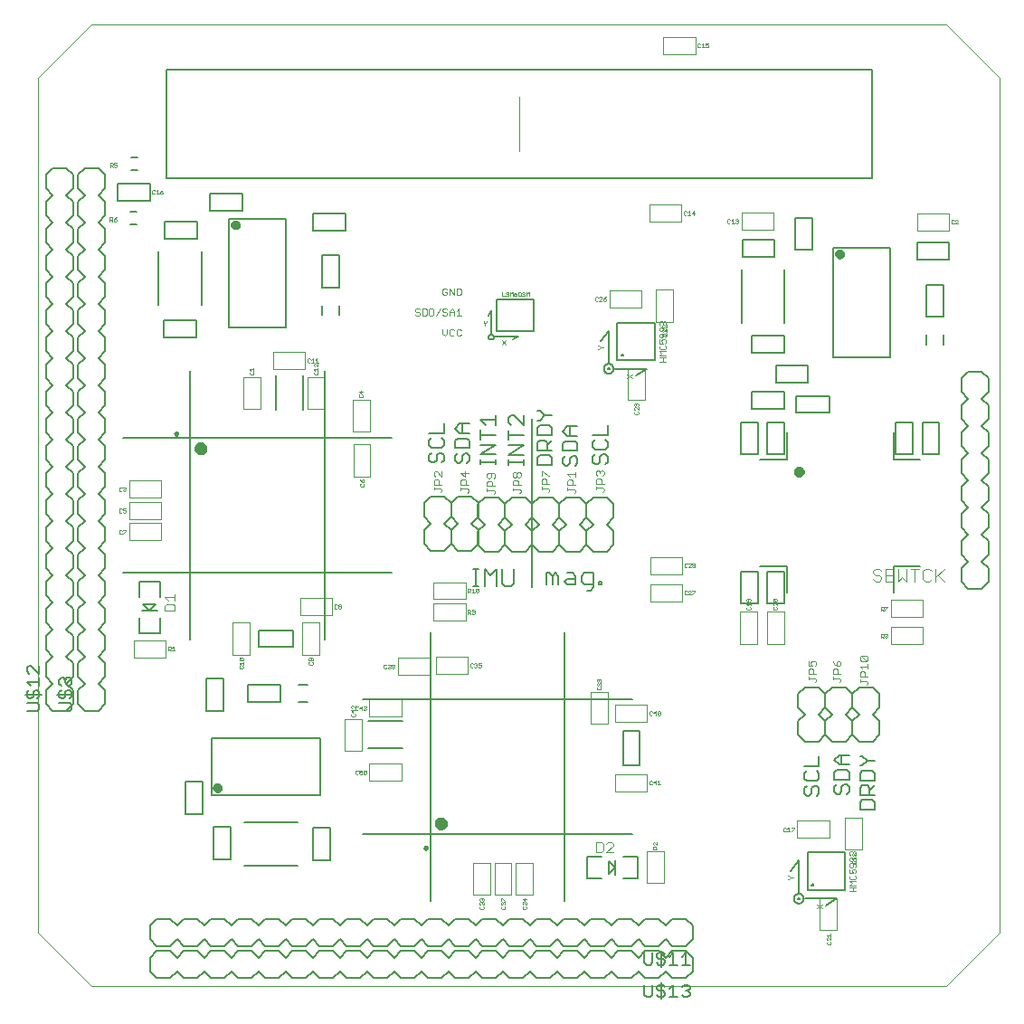
<source format=gto>
G75*
%MOIN*%
%OFA0B0*%
%FSLAX25Y25*%
%IPPOS*%
%LPD*%
%AMOC8*
5,1,8,0,0,1.08239X$1,22.5*
%
%ADD10C,0.00800*%
%ADD11C,0.00600*%
%ADD12C,0.00500*%
%ADD13C,0.00100*%
%ADD14C,0.00200*%
%ADD15C,0.01000*%
%ADD16C,0.02400*%
%ADD17C,0.00000*%
%ADD18C,0.02000*%
%ADD19C,0.01969*%
%ADD20C,0.00300*%
%ADD21C,0.00400*%
D10*
X0056400Y0012367D02*
X0056400Y0017367D01*
X0058900Y0019867D01*
X0063900Y0019867D01*
X0066400Y0017367D01*
X0068900Y0019867D01*
X0073900Y0019867D01*
X0076400Y0017367D01*
X0078900Y0019867D01*
X0083900Y0019867D01*
X0086400Y0017367D01*
X0088900Y0019867D01*
X0093900Y0019867D01*
X0096400Y0017367D01*
X0098900Y0019867D01*
X0103900Y0019867D01*
X0106400Y0017367D01*
X0108900Y0019867D01*
X0113900Y0019867D01*
X0116400Y0017367D01*
X0118900Y0019867D01*
X0123900Y0019867D01*
X0126400Y0017367D01*
X0128900Y0019867D01*
X0133900Y0019867D01*
X0136400Y0017367D01*
X0138900Y0019867D01*
X0143900Y0019867D01*
X0146400Y0017367D01*
X0148900Y0019867D01*
X0153900Y0019867D01*
X0156400Y0017367D01*
X0158900Y0019867D01*
X0163900Y0019867D01*
X0166400Y0017367D01*
X0168900Y0019867D01*
X0173900Y0019867D01*
X0176400Y0017367D01*
X0178900Y0019867D01*
X0183900Y0019867D01*
X0186400Y0017367D01*
X0188900Y0019867D01*
X0193900Y0019867D01*
X0196400Y0017367D01*
X0198900Y0019867D01*
X0203900Y0019867D01*
X0206400Y0017367D01*
X0208900Y0019867D01*
X0213900Y0019867D01*
X0216400Y0017367D01*
X0218900Y0019867D01*
X0223900Y0019867D01*
X0226400Y0017367D01*
X0228900Y0019867D01*
X0233900Y0019867D01*
X0236400Y0017367D01*
X0238900Y0019867D01*
X0243900Y0019867D01*
X0246400Y0017367D01*
X0248900Y0019867D01*
X0253900Y0019867D01*
X0256400Y0017367D01*
X0256400Y0012367D01*
X0253900Y0009867D01*
X0248900Y0009867D01*
X0246400Y0012367D01*
X0243900Y0009867D01*
X0238900Y0009867D01*
X0236400Y0012367D01*
X0233900Y0009867D01*
X0228900Y0009867D01*
X0226400Y0012367D01*
X0223900Y0009867D01*
X0218900Y0009867D01*
X0216400Y0012367D01*
X0213900Y0009867D01*
X0208900Y0009867D01*
X0206400Y0012367D01*
X0203900Y0009867D01*
X0198900Y0009867D01*
X0196400Y0012367D01*
X0193900Y0009867D01*
X0188900Y0009867D01*
X0186400Y0012367D01*
X0183900Y0009867D01*
X0178900Y0009867D01*
X0176400Y0012367D01*
X0173900Y0009867D01*
X0168900Y0009867D01*
X0166400Y0012367D01*
X0163900Y0009867D01*
X0158900Y0009867D01*
X0156400Y0012367D01*
X0153900Y0009867D01*
X0148900Y0009867D01*
X0146400Y0012367D01*
X0143900Y0009867D01*
X0138900Y0009867D01*
X0136400Y0012367D01*
X0133900Y0009867D01*
X0128900Y0009867D01*
X0126400Y0012367D01*
X0123900Y0009867D01*
X0118900Y0009867D01*
X0116400Y0012367D01*
X0113900Y0009867D01*
X0108900Y0009867D01*
X0106400Y0012367D01*
X0103900Y0009867D01*
X0098900Y0009867D01*
X0096400Y0012367D01*
X0093900Y0009867D01*
X0088900Y0009867D01*
X0086400Y0012367D01*
X0083900Y0009867D01*
X0078900Y0009867D01*
X0076400Y0012367D01*
X0073900Y0009867D01*
X0068900Y0009867D01*
X0066400Y0012367D01*
X0063900Y0009867D01*
X0058900Y0009867D01*
X0056400Y0012367D01*
X0058900Y0021678D02*
X0056400Y0024178D01*
X0056400Y0029178D01*
X0058900Y0031678D01*
X0063900Y0031678D01*
X0066400Y0029178D01*
X0068900Y0031678D01*
X0073900Y0031678D01*
X0076400Y0029178D01*
X0078900Y0031678D01*
X0083900Y0031678D01*
X0086400Y0029178D01*
X0088900Y0031678D01*
X0093900Y0031678D01*
X0096400Y0029178D01*
X0098900Y0031678D01*
X0103900Y0031678D01*
X0106400Y0029178D01*
X0108900Y0031678D01*
X0113900Y0031678D01*
X0116400Y0029178D01*
X0118900Y0031678D01*
X0123900Y0031678D01*
X0126400Y0029178D01*
X0128900Y0031678D01*
X0133900Y0031678D01*
X0136400Y0029178D01*
X0138900Y0031678D01*
X0143900Y0031678D01*
X0146400Y0029178D01*
X0148900Y0031678D01*
X0153900Y0031678D01*
X0156400Y0029178D01*
X0158900Y0031678D01*
X0163900Y0031678D01*
X0166400Y0029178D01*
X0168900Y0031678D01*
X0173900Y0031678D01*
X0176400Y0029178D01*
X0178900Y0031678D01*
X0183900Y0031678D01*
X0186400Y0029178D01*
X0188900Y0031678D01*
X0193900Y0031678D01*
X0196400Y0029178D01*
X0198900Y0031678D01*
X0203900Y0031678D01*
X0206400Y0029178D01*
X0208900Y0031678D01*
X0213900Y0031678D01*
X0216400Y0029178D01*
X0218900Y0031678D01*
X0223900Y0031678D01*
X0226400Y0029178D01*
X0228900Y0031678D01*
X0233900Y0031678D01*
X0236400Y0029178D01*
X0238900Y0031678D01*
X0243900Y0031678D01*
X0246400Y0029178D01*
X0248900Y0031678D01*
X0253900Y0031678D01*
X0256400Y0029178D01*
X0256400Y0024178D01*
X0253900Y0021678D01*
X0248900Y0021678D01*
X0246400Y0024178D01*
X0243900Y0021678D01*
X0238900Y0021678D01*
X0236400Y0024178D01*
X0233900Y0021678D01*
X0228900Y0021678D01*
X0226400Y0024178D01*
X0223900Y0021678D01*
X0218900Y0021678D01*
X0216400Y0024178D01*
X0213900Y0021678D01*
X0208900Y0021678D01*
X0206400Y0024178D01*
X0203900Y0021678D01*
X0198900Y0021678D01*
X0196400Y0024178D01*
X0193900Y0021678D01*
X0188900Y0021678D01*
X0186400Y0024178D01*
X0183900Y0021678D01*
X0178900Y0021678D01*
X0176400Y0024178D01*
X0173900Y0021678D01*
X0168900Y0021678D01*
X0166400Y0024178D01*
X0163900Y0021678D01*
X0158900Y0021678D01*
X0156400Y0024178D01*
X0153900Y0021678D01*
X0148900Y0021678D01*
X0146400Y0024178D01*
X0143900Y0021678D01*
X0138900Y0021678D01*
X0136400Y0024178D01*
X0133900Y0021678D01*
X0128900Y0021678D01*
X0126400Y0024178D01*
X0123900Y0021678D01*
X0118900Y0021678D01*
X0116400Y0024178D01*
X0113900Y0021678D01*
X0108900Y0021678D01*
X0106400Y0024178D01*
X0103900Y0021678D01*
X0098900Y0021678D01*
X0096400Y0024178D01*
X0093900Y0021678D01*
X0088900Y0021678D01*
X0086400Y0024178D01*
X0083900Y0021678D01*
X0078900Y0021678D01*
X0076400Y0024178D01*
X0073900Y0021678D01*
X0068900Y0021678D01*
X0066400Y0024178D01*
X0063900Y0021678D01*
X0058900Y0021678D01*
X0037365Y0108292D02*
X0032365Y0108292D01*
X0029865Y0110792D01*
X0029865Y0115792D01*
X0032365Y0118292D01*
X0029865Y0120792D01*
X0029865Y0125792D01*
X0032365Y0128292D01*
X0029865Y0130792D01*
X0029865Y0135792D01*
X0032365Y0138292D01*
X0029865Y0140792D01*
X0029865Y0145792D01*
X0032365Y0148292D01*
X0029865Y0150792D01*
X0029865Y0155792D01*
X0032365Y0158292D01*
X0029865Y0160792D01*
X0029865Y0165792D01*
X0032365Y0168292D01*
X0029865Y0170792D01*
X0029865Y0175792D01*
X0032365Y0178292D01*
X0029865Y0180792D01*
X0029865Y0185792D01*
X0032365Y0188292D01*
X0029865Y0190792D01*
X0029865Y0195792D01*
X0032365Y0198292D01*
X0029865Y0200792D01*
X0029865Y0205792D01*
X0032365Y0208292D01*
X0029865Y0210792D01*
X0029865Y0215792D01*
X0032365Y0218292D01*
X0029865Y0220792D01*
X0029865Y0225792D01*
X0032365Y0228292D01*
X0029865Y0230792D01*
X0029865Y0235792D01*
X0032365Y0238292D01*
X0029865Y0240792D01*
X0029865Y0245792D01*
X0032365Y0248292D01*
X0029865Y0250792D01*
X0029865Y0255792D01*
X0032365Y0258292D01*
X0029865Y0260792D01*
X0029865Y0265792D01*
X0032365Y0268292D01*
X0029865Y0270792D01*
X0029865Y0275792D01*
X0032365Y0278292D01*
X0029865Y0280792D01*
X0029865Y0285792D01*
X0032365Y0288292D01*
X0029865Y0290792D01*
X0029865Y0295792D01*
X0032365Y0298292D01*
X0029865Y0300792D01*
X0029865Y0305792D01*
X0032365Y0308292D01*
X0037365Y0308292D01*
X0039865Y0305792D01*
X0039865Y0300792D01*
X0037365Y0298292D01*
X0039865Y0295792D01*
X0039865Y0290792D01*
X0037365Y0288292D01*
X0039865Y0285792D01*
X0039865Y0280792D01*
X0037365Y0278292D01*
X0039865Y0275792D01*
X0039865Y0270792D01*
X0037365Y0268292D01*
X0039865Y0265792D01*
X0039865Y0260792D01*
X0037365Y0258292D01*
X0039865Y0255792D01*
X0039865Y0250792D01*
X0037365Y0248292D01*
X0039865Y0245792D01*
X0039865Y0240792D01*
X0037365Y0238292D01*
X0039865Y0235792D01*
X0039865Y0230792D01*
X0037365Y0228292D01*
X0039865Y0225792D01*
X0039865Y0220792D01*
X0037365Y0218292D01*
X0039865Y0215792D01*
X0039865Y0210792D01*
X0037365Y0208292D01*
X0039865Y0205792D01*
X0039865Y0200792D01*
X0037365Y0198292D01*
X0039865Y0195792D01*
X0039865Y0190792D01*
X0037365Y0188292D01*
X0039865Y0185792D01*
X0039865Y0180792D01*
X0037365Y0178292D01*
X0039865Y0175792D01*
X0039865Y0170792D01*
X0037365Y0168292D01*
X0039865Y0165792D01*
X0039865Y0160792D01*
X0037365Y0158292D01*
X0039865Y0155792D01*
X0039865Y0150792D01*
X0037365Y0148292D01*
X0039865Y0145792D01*
X0039865Y0140792D01*
X0037365Y0138292D01*
X0039865Y0135792D01*
X0039865Y0130792D01*
X0037365Y0128292D01*
X0039865Y0125792D01*
X0039865Y0120792D01*
X0037365Y0118292D01*
X0039865Y0115792D01*
X0039865Y0110792D01*
X0037365Y0108292D01*
X0028054Y0110792D02*
X0028054Y0115792D01*
X0025554Y0118292D01*
X0028054Y0120792D01*
X0028054Y0125792D01*
X0025554Y0128292D01*
X0028054Y0130792D01*
X0028054Y0135792D01*
X0025554Y0138292D01*
X0028054Y0140792D01*
X0028054Y0145792D01*
X0025554Y0148292D01*
X0028054Y0150792D01*
X0028054Y0155792D01*
X0025554Y0158292D01*
X0028054Y0160792D01*
X0028054Y0165792D01*
X0025554Y0168292D01*
X0028054Y0170792D01*
X0028054Y0175792D01*
X0025554Y0178292D01*
X0028054Y0180792D01*
X0028054Y0185792D01*
X0025554Y0188292D01*
X0028054Y0190792D01*
X0028054Y0195792D01*
X0025554Y0198292D01*
X0028054Y0200792D01*
X0028054Y0205792D01*
X0025554Y0208292D01*
X0028054Y0210792D01*
X0028054Y0215792D01*
X0025554Y0218292D01*
X0028054Y0220792D01*
X0028054Y0225792D01*
X0025554Y0228292D01*
X0028054Y0230792D01*
X0028054Y0235792D01*
X0025554Y0238292D01*
X0028054Y0240792D01*
X0028054Y0245792D01*
X0025554Y0248292D01*
X0028054Y0250792D01*
X0028054Y0255792D01*
X0025554Y0258292D01*
X0028054Y0260792D01*
X0028054Y0265792D01*
X0025554Y0268292D01*
X0028054Y0270792D01*
X0028054Y0275792D01*
X0025554Y0278292D01*
X0028054Y0280792D01*
X0028054Y0285792D01*
X0025554Y0288292D01*
X0028054Y0290792D01*
X0028054Y0295792D01*
X0025554Y0298292D01*
X0028054Y0300792D01*
X0028054Y0305792D01*
X0025554Y0308292D01*
X0020554Y0308292D01*
X0018054Y0305792D01*
X0018054Y0300792D01*
X0020554Y0298292D01*
X0018054Y0295792D01*
X0018054Y0290792D01*
X0020554Y0288292D01*
X0018054Y0285792D01*
X0018054Y0280792D01*
X0020554Y0278292D01*
X0018054Y0275792D01*
X0018054Y0270792D01*
X0020554Y0268292D01*
X0018054Y0265792D01*
X0018054Y0260792D01*
X0020554Y0258292D01*
X0018054Y0255792D01*
X0018054Y0250792D01*
X0020554Y0248292D01*
X0018054Y0245792D01*
X0018054Y0240792D01*
X0020554Y0238292D01*
X0018054Y0235792D01*
X0018054Y0230792D01*
X0020554Y0228292D01*
X0018054Y0225792D01*
X0018054Y0220792D01*
X0020554Y0218292D01*
X0018054Y0215792D01*
X0018054Y0210792D01*
X0020554Y0208292D01*
X0018054Y0205792D01*
X0018054Y0200792D01*
X0020554Y0198292D01*
X0018054Y0195792D01*
X0018054Y0190792D01*
X0020554Y0188292D01*
X0018054Y0185792D01*
X0018054Y0180792D01*
X0020554Y0178292D01*
X0018054Y0175792D01*
X0018054Y0170792D01*
X0020554Y0168292D01*
X0018054Y0165792D01*
X0018054Y0160792D01*
X0020554Y0158292D01*
X0018054Y0155792D01*
X0018054Y0150792D01*
X0020554Y0148292D01*
X0018054Y0145792D01*
X0018054Y0140792D01*
X0020554Y0138292D01*
X0018054Y0135792D01*
X0018054Y0130792D01*
X0020554Y0128292D01*
X0018054Y0125792D01*
X0018054Y0120792D01*
X0020554Y0118292D01*
X0018054Y0115792D01*
X0018054Y0110792D01*
X0020554Y0108292D01*
X0025554Y0108292D01*
X0028054Y0110792D01*
X0052282Y0136983D02*
X0052282Y0142495D01*
X0053463Y0145251D02*
X0056219Y0145251D01*
X0053857Y0147613D01*
X0058581Y0147613D01*
X0056219Y0145251D01*
X0058975Y0145251D01*
X0060156Y0142495D02*
X0060156Y0136983D01*
X0052282Y0136983D01*
X0052282Y0150369D02*
X0052282Y0155881D01*
X0060156Y0155881D01*
X0060156Y0150369D01*
X0071088Y0159358D02*
X0120688Y0159358D01*
X0120688Y0208958D01*
X0071088Y0208958D01*
X0071088Y0159358D01*
X0157345Y0169847D02*
X0159845Y0167347D01*
X0164845Y0167347D01*
X0167345Y0169847D01*
X0169845Y0167347D01*
X0174845Y0167347D01*
X0177345Y0169847D01*
X0177345Y0174847D01*
X0174845Y0177347D01*
X0177345Y0179847D01*
X0177345Y0184847D01*
X0174845Y0187347D01*
X0169845Y0187347D01*
X0167345Y0184847D01*
X0167345Y0179847D01*
X0169845Y0177347D01*
X0167345Y0174847D01*
X0167345Y0169847D01*
X0167345Y0174847D01*
X0164845Y0177347D01*
X0167345Y0179847D01*
X0167345Y0184847D01*
X0164845Y0187347D01*
X0159845Y0187347D01*
X0157345Y0184847D01*
X0157345Y0179847D01*
X0159845Y0177347D01*
X0157345Y0174847D01*
X0157345Y0169847D01*
X0177219Y0169532D02*
X0177219Y0174532D01*
X0179719Y0177032D01*
X0177219Y0179532D01*
X0177219Y0184532D01*
X0179719Y0187032D01*
X0184719Y0187032D01*
X0187219Y0184532D01*
X0187219Y0179532D01*
X0184719Y0177032D01*
X0187219Y0174532D01*
X0187219Y0169532D01*
X0184719Y0167032D01*
X0179719Y0167032D01*
X0177219Y0169532D01*
X0187219Y0169532D02*
X0187219Y0174532D01*
X0189719Y0177032D01*
X0187219Y0179532D01*
X0187219Y0184532D01*
X0189719Y0187032D01*
X0194719Y0187032D01*
X0197219Y0184532D01*
X0197219Y0179532D01*
X0194719Y0177032D01*
X0197219Y0174532D01*
X0197219Y0169532D01*
X0194719Y0167032D01*
X0189719Y0167032D01*
X0187219Y0169532D01*
X0197219Y0169532D02*
X0199719Y0167032D01*
X0204719Y0167032D01*
X0207219Y0169532D01*
X0207219Y0174532D01*
X0204719Y0177032D01*
X0207219Y0179532D01*
X0207219Y0184532D01*
X0204719Y0187032D01*
X0199719Y0187032D01*
X0197219Y0184532D01*
X0197219Y0179532D01*
X0199719Y0177032D01*
X0197219Y0174532D01*
X0197219Y0169532D01*
X0207219Y0169532D02*
X0209719Y0167032D01*
X0214719Y0167032D01*
X0217219Y0169532D01*
X0217219Y0174532D01*
X0214719Y0177032D01*
X0217219Y0179532D01*
X0217219Y0184532D01*
X0214719Y0187032D01*
X0209719Y0187032D01*
X0207219Y0184532D01*
X0207219Y0179532D01*
X0209719Y0177032D01*
X0207219Y0174532D01*
X0207219Y0169532D01*
X0217219Y0169532D02*
X0219719Y0167032D01*
X0224719Y0167032D01*
X0227219Y0169532D01*
X0227219Y0174532D01*
X0224719Y0177032D01*
X0227219Y0179532D01*
X0227219Y0184532D01*
X0224719Y0187032D01*
X0219719Y0187032D01*
X0217219Y0184532D01*
X0217219Y0179532D01*
X0219719Y0177032D01*
X0217219Y0174532D01*
X0217219Y0169532D01*
X0197219Y0154032D02*
X0197219Y0216032D01*
X0297719Y0117032D02*
X0295219Y0114532D01*
X0295219Y0109532D01*
X0297719Y0107032D01*
X0295219Y0104532D01*
X0295219Y0099532D01*
X0297719Y0097032D01*
X0302719Y0097032D01*
X0305219Y0099532D01*
X0305219Y0104532D01*
X0302719Y0107032D01*
X0305219Y0109532D01*
X0305219Y0114532D01*
X0302719Y0117032D01*
X0297719Y0117032D01*
X0305219Y0114532D02*
X0305219Y0109532D01*
X0307719Y0107032D01*
X0305219Y0104532D01*
X0305219Y0099532D01*
X0307719Y0097032D01*
X0312719Y0097032D01*
X0315219Y0099532D01*
X0315219Y0104532D01*
X0317719Y0107032D01*
X0315219Y0109532D01*
X0315219Y0114532D01*
X0317719Y0117032D01*
X0322719Y0117032D01*
X0325219Y0114532D01*
X0325219Y0109532D01*
X0322719Y0107032D01*
X0325219Y0104532D01*
X0325219Y0099532D01*
X0322719Y0097032D01*
X0317719Y0097032D01*
X0315219Y0099532D01*
X0315219Y0104532D01*
X0312719Y0107032D01*
X0315219Y0109532D01*
X0315219Y0114532D01*
X0312719Y0117032D01*
X0307719Y0117032D01*
X0305219Y0114532D01*
X0355282Y0155869D02*
X0357782Y0153369D01*
X0362782Y0153369D01*
X0365282Y0155869D01*
X0365282Y0160869D01*
X0362782Y0163369D01*
X0365282Y0165869D01*
X0365282Y0170869D01*
X0362782Y0173369D01*
X0365282Y0175869D01*
X0365282Y0180869D01*
X0362782Y0183369D01*
X0365282Y0185869D01*
X0365282Y0190869D01*
X0362782Y0193369D01*
X0365282Y0195869D01*
X0365282Y0200869D01*
X0362782Y0203369D01*
X0365282Y0205869D01*
X0365282Y0210869D01*
X0362782Y0213369D01*
X0365282Y0215869D01*
X0365282Y0220869D01*
X0362782Y0223369D01*
X0365282Y0225869D01*
X0365282Y0230869D01*
X0362782Y0233369D01*
X0357782Y0233369D01*
X0355282Y0230869D01*
X0355282Y0225869D01*
X0357782Y0223369D01*
X0355282Y0220869D01*
X0355282Y0215869D01*
X0357782Y0213369D01*
X0355282Y0210869D01*
X0355282Y0205869D01*
X0357782Y0203369D01*
X0355282Y0200869D01*
X0355282Y0195869D01*
X0357782Y0193369D01*
X0355282Y0190869D01*
X0355282Y0185869D01*
X0357782Y0183369D01*
X0355282Y0180869D01*
X0355282Y0175869D01*
X0357782Y0173369D01*
X0355282Y0170869D01*
X0355282Y0165869D01*
X0357782Y0163369D01*
X0355282Y0160869D01*
X0355282Y0155869D01*
X0236181Y0054520D02*
X0236181Y0046646D01*
X0230669Y0046646D01*
X0227913Y0047827D02*
X0227913Y0050583D01*
X0225551Y0048221D01*
X0225551Y0052945D01*
X0227913Y0050583D01*
X0227913Y0053339D01*
X0230669Y0054520D02*
X0236181Y0054520D01*
X0222795Y0054520D02*
X0217283Y0054520D01*
X0217283Y0046646D01*
X0222795Y0046646D01*
X0209271Y0062901D02*
X0209271Y0112501D01*
X0159671Y0112501D01*
X0159671Y0062901D01*
X0209271Y0062901D01*
X0322345Y0304670D02*
X0062345Y0304670D01*
X0062345Y0344670D01*
X0322345Y0344670D01*
X0322345Y0304670D01*
D11*
X0219680Y0159102D02*
X0216477Y0159102D01*
X0215410Y0158035D01*
X0215410Y0155900D01*
X0216477Y0154832D01*
X0219680Y0154832D01*
X0219680Y0153764D02*
X0219680Y0159102D01*
X0221855Y0155900D02*
X0222923Y0155900D01*
X0222923Y0154832D01*
X0221855Y0154832D01*
X0221855Y0155900D01*
X0219680Y0153764D02*
X0218613Y0152697D01*
X0217545Y0152697D01*
X0213235Y0154832D02*
X0210032Y0154832D01*
X0208964Y0155900D01*
X0210032Y0156967D01*
X0213235Y0156967D01*
X0213235Y0158035D02*
X0213235Y0154832D01*
X0213235Y0158035D02*
X0212167Y0159102D01*
X0210032Y0159102D01*
X0206789Y0158035D02*
X0206789Y0154832D01*
X0204654Y0154832D02*
X0204654Y0158035D01*
X0205722Y0159102D01*
X0206789Y0158035D01*
X0204654Y0158035D02*
X0203586Y0159102D01*
X0202519Y0159102D01*
X0202519Y0154832D01*
X0190432Y0155200D02*
X0190432Y0160537D01*
X0186161Y0160537D02*
X0186161Y0155200D01*
X0187229Y0154132D01*
X0189364Y0154132D01*
X0190432Y0155200D01*
X0183986Y0154132D02*
X0183986Y0160537D01*
X0181851Y0158402D01*
X0179716Y0160537D01*
X0179716Y0154132D01*
X0177554Y0154132D02*
X0175419Y0154132D01*
X0176486Y0154132D02*
X0176486Y0160537D01*
X0175419Y0160537D02*
X0177554Y0160537D01*
X0051580Y0287440D02*
X0049217Y0287440D01*
X0049217Y0292164D02*
X0051580Y0292164D01*
X0051728Y0307440D02*
X0049365Y0307440D01*
X0049365Y0312164D02*
X0051728Y0312164D01*
D12*
X0056367Y0302634D02*
X0044556Y0302634D01*
X0044556Y0296334D01*
X0056367Y0296334D01*
X0056367Y0302634D01*
X0061853Y0288686D02*
X0061853Y0282386D01*
X0073664Y0282386D01*
X0073664Y0288686D01*
X0061853Y0288686D01*
X0059550Y0277583D02*
X0059550Y0257898D01*
X0061518Y0252268D02*
X0073329Y0252268D01*
X0073329Y0245969D01*
X0061518Y0245969D01*
X0061518Y0252268D01*
X0075298Y0257898D02*
X0075298Y0277583D01*
X0085455Y0289611D02*
X0085455Y0249453D01*
X0106321Y0249453D01*
X0106321Y0289611D01*
X0085455Y0289611D01*
X0090396Y0292721D02*
X0078585Y0292721D01*
X0078585Y0299020D01*
X0090396Y0299020D01*
X0090396Y0292721D01*
X0116479Y0291638D02*
X0116479Y0285339D01*
X0128290Y0285339D01*
X0128290Y0291638D01*
X0116479Y0291638D01*
X0119806Y0276107D02*
X0126105Y0276107D01*
X0126105Y0264296D01*
X0119806Y0264296D01*
X0119806Y0276107D01*
X0119806Y0257564D02*
X0119806Y0254119D01*
X0126105Y0254119D02*
X0126105Y0257564D01*
X0120688Y0233758D02*
X0120688Y0208958D01*
X0145488Y0208958D01*
X0159259Y0207925D02*
X0159259Y0206121D01*
X0160160Y0205220D01*
X0163767Y0205220D01*
X0164669Y0206121D01*
X0164669Y0207925D01*
X0163767Y0208826D01*
X0164669Y0210657D02*
X0159259Y0210657D01*
X0160160Y0208826D02*
X0159259Y0207925D01*
X0160160Y0203389D02*
X0159259Y0202487D01*
X0159259Y0200684D01*
X0160160Y0199782D01*
X0161062Y0199782D01*
X0161964Y0200684D01*
X0161964Y0202487D01*
X0162866Y0203389D01*
X0163767Y0203389D01*
X0164669Y0202487D01*
X0164669Y0200684D01*
X0163767Y0199782D01*
X0168759Y0200584D02*
X0169660Y0199682D01*
X0170562Y0199682D01*
X0171464Y0200584D01*
X0171464Y0202387D01*
X0172366Y0203289D01*
X0173267Y0203289D01*
X0174169Y0202387D01*
X0174169Y0200584D01*
X0173267Y0199682D01*
X0168759Y0200584D02*
X0168759Y0202387D01*
X0169660Y0203289D01*
X0168759Y0205120D02*
X0168759Y0207825D01*
X0169660Y0208726D01*
X0173267Y0208726D01*
X0174169Y0207825D01*
X0174169Y0205120D01*
X0168759Y0205120D01*
X0170562Y0210557D02*
X0168759Y0212361D01*
X0170562Y0214164D01*
X0174169Y0214164D01*
X0171464Y0214164D02*
X0171464Y0210557D01*
X0170562Y0210557D02*
X0174169Y0210557D01*
X0178259Y0210048D02*
X0183669Y0210048D01*
X0183669Y0206414D02*
X0178259Y0206414D01*
X0178259Y0208245D02*
X0178259Y0211852D01*
X0180062Y0213683D02*
X0178259Y0215486D01*
X0183669Y0215486D01*
X0183669Y0213683D02*
X0183669Y0217289D01*
X0188559Y0216288D02*
X0188559Y0214484D01*
X0189460Y0213583D01*
X0188559Y0211752D02*
X0188559Y0208145D01*
X0188559Y0209948D02*
X0193969Y0209948D01*
X0193969Y0206314D02*
X0188559Y0206314D01*
X0188559Y0202707D02*
X0193969Y0206314D01*
X0193969Y0202707D02*
X0188559Y0202707D01*
X0188559Y0200885D02*
X0188559Y0199082D01*
X0188559Y0199984D02*
X0193969Y0199984D01*
X0193969Y0200885D02*
X0193969Y0199082D01*
X0199059Y0198982D02*
X0199059Y0201687D01*
X0199960Y0202589D01*
X0203567Y0202589D01*
X0204469Y0201687D01*
X0204469Y0198982D01*
X0199059Y0198982D01*
X0199059Y0204420D02*
X0199059Y0207125D01*
X0199960Y0208026D01*
X0201764Y0208026D01*
X0202666Y0207125D01*
X0202666Y0204420D01*
X0204469Y0204420D02*
X0199059Y0204420D01*
X0202666Y0206223D02*
X0204469Y0208026D01*
X0204469Y0209857D02*
X0204469Y0212562D01*
X0203567Y0213464D01*
X0199960Y0213464D01*
X0199059Y0212562D01*
X0199059Y0209857D01*
X0204469Y0209857D01*
X0208459Y0211361D02*
X0210262Y0213164D01*
X0213869Y0213164D01*
X0211164Y0213164D02*
X0211164Y0209557D01*
X0210262Y0209557D02*
X0208459Y0211361D01*
X0210262Y0209557D02*
X0213869Y0209557D01*
X0212967Y0207726D02*
X0209360Y0207726D01*
X0208459Y0206825D01*
X0208459Y0204120D01*
X0213869Y0204120D01*
X0213869Y0206825D01*
X0212967Y0207726D01*
X0212967Y0202289D02*
X0213869Y0201387D01*
X0213869Y0199584D01*
X0212967Y0198682D01*
X0211164Y0199584D02*
X0211164Y0201387D01*
X0212066Y0202289D01*
X0212967Y0202289D01*
X0211164Y0199584D02*
X0210262Y0198682D01*
X0209360Y0198682D01*
X0208459Y0199584D01*
X0208459Y0201387D01*
X0209360Y0202289D01*
X0219559Y0201887D02*
X0219559Y0200084D01*
X0220460Y0199182D01*
X0221362Y0199182D01*
X0222264Y0200084D01*
X0222264Y0201887D01*
X0223166Y0202789D01*
X0224067Y0202789D01*
X0224969Y0201887D01*
X0224969Y0200084D01*
X0224067Y0199182D01*
X0220460Y0202789D02*
X0219559Y0201887D01*
X0220460Y0204620D02*
X0224067Y0204620D01*
X0224969Y0205521D01*
X0224969Y0207325D01*
X0224067Y0208226D01*
X0224969Y0210057D02*
X0224969Y0213664D01*
X0224969Y0210057D02*
X0219559Y0210057D01*
X0220460Y0208226D02*
X0219559Y0207325D01*
X0219559Y0205521D01*
X0220460Y0204620D01*
X0204469Y0217099D02*
X0201764Y0217099D01*
X0199960Y0218902D01*
X0199059Y0218902D01*
X0201764Y0217099D02*
X0199960Y0215295D01*
X0199059Y0215295D01*
X0193969Y0213583D02*
X0190362Y0217189D01*
X0189460Y0217189D01*
X0188559Y0216288D01*
X0193969Y0217189D02*
X0193969Y0213583D01*
X0183669Y0206414D02*
X0178259Y0202807D01*
X0183669Y0202807D01*
X0183669Y0200985D02*
X0183669Y0199182D01*
X0183669Y0200084D02*
X0178259Y0200084D01*
X0178259Y0200985D02*
X0178259Y0199182D01*
X0164669Y0210657D02*
X0164669Y0214264D01*
X0181164Y0246127D02*
X0181166Y0246189D01*
X0181172Y0246252D01*
X0181182Y0246313D01*
X0181196Y0246374D01*
X0181213Y0246434D01*
X0181234Y0246493D01*
X0181260Y0246550D01*
X0181288Y0246605D01*
X0181320Y0246659D01*
X0181356Y0246710D01*
X0181394Y0246760D01*
X0181436Y0246806D01*
X0181480Y0246850D01*
X0181528Y0246891D01*
X0181577Y0246929D01*
X0181629Y0246963D01*
X0181683Y0246994D01*
X0181739Y0247022D01*
X0181797Y0247046D01*
X0181856Y0247067D01*
X0181916Y0247083D01*
X0181977Y0247096D01*
X0182039Y0247105D01*
X0182101Y0247110D01*
X0182164Y0247111D01*
X0182226Y0247108D01*
X0182288Y0247101D01*
X0182350Y0247090D01*
X0182410Y0247075D01*
X0182470Y0247057D01*
X0182528Y0247035D01*
X0182585Y0247009D01*
X0182640Y0246979D01*
X0182693Y0246946D01*
X0182744Y0246910D01*
X0182792Y0246871D01*
X0182838Y0246828D01*
X0182881Y0246783D01*
X0182921Y0246735D01*
X0182958Y0246685D01*
X0182992Y0246632D01*
X0183023Y0246578D01*
X0183049Y0246522D01*
X0183073Y0246464D01*
X0183092Y0246404D01*
X0183108Y0246344D01*
X0183120Y0246282D01*
X0183128Y0246221D01*
X0183132Y0246158D01*
X0183132Y0246096D01*
X0183128Y0246033D01*
X0183120Y0245972D01*
X0183108Y0245910D01*
X0183092Y0245850D01*
X0183073Y0245790D01*
X0183049Y0245732D01*
X0183023Y0245676D01*
X0182992Y0245622D01*
X0182958Y0245569D01*
X0182921Y0245519D01*
X0182881Y0245471D01*
X0182838Y0245426D01*
X0182792Y0245383D01*
X0182744Y0245344D01*
X0182693Y0245308D01*
X0182640Y0245275D01*
X0182585Y0245245D01*
X0182528Y0245219D01*
X0182470Y0245197D01*
X0182410Y0245179D01*
X0182350Y0245164D01*
X0182288Y0245153D01*
X0182226Y0245146D01*
X0182164Y0245143D01*
X0182101Y0245144D01*
X0182039Y0245149D01*
X0181977Y0245158D01*
X0181916Y0245171D01*
X0181856Y0245187D01*
X0181797Y0245208D01*
X0181739Y0245232D01*
X0181683Y0245260D01*
X0181629Y0245291D01*
X0181577Y0245325D01*
X0181528Y0245363D01*
X0181480Y0245404D01*
X0181436Y0245448D01*
X0181394Y0245494D01*
X0181356Y0245544D01*
X0181320Y0245595D01*
X0181288Y0245649D01*
X0181260Y0245704D01*
X0181234Y0245761D01*
X0181213Y0245820D01*
X0181196Y0245880D01*
X0181182Y0245941D01*
X0181172Y0246002D01*
X0181166Y0246065D01*
X0181164Y0246127D01*
X0182148Y0247111D02*
X0182148Y0255969D01*
X0181164Y0254001D01*
X0184117Y0259906D02*
X0197896Y0259906D01*
X0197896Y0248095D01*
X0184117Y0248095D01*
X0184117Y0259906D01*
X0183132Y0246127D02*
X0191991Y0246127D01*
X0190022Y0245142D01*
X0222479Y0244465D02*
X0225431Y0248402D01*
X0225431Y0236591D01*
X0225153Y0234426D02*
X0225155Y0234459D01*
X0225161Y0234491D01*
X0225170Y0234523D01*
X0225184Y0234553D01*
X0225200Y0234581D01*
X0225220Y0234607D01*
X0225243Y0234631D01*
X0225269Y0234652D01*
X0225297Y0234669D01*
X0225327Y0234684D01*
X0225358Y0234694D01*
X0225390Y0234701D01*
X0225423Y0234704D01*
X0225456Y0234703D01*
X0225488Y0234698D01*
X0225520Y0234689D01*
X0225551Y0234677D01*
X0225579Y0234661D01*
X0225606Y0234642D01*
X0225630Y0234620D01*
X0225652Y0234595D01*
X0225670Y0234567D01*
X0225685Y0234538D01*
X0225697Y0234507D01*
X0225705Y0234475D01*
X0225709Y0234442D01*
X0225709Y0234410D01*
X0225705Y0234377D01*
X0225697Y0234345D01*
X0225685Y0234314D01*
X0225670Y0234285D01*
X0225652Y0234257D01*
X0225630Y0234232D01*
X0225606Y0234210D01*
X0225579Y0234191D01*
X0225551Y0234175D01*
X0225520Y0234163D01*
X0225488Y0234154D01*
X0225456Y0234149D01*
X0225423Y0234148D01*
X0225390Y0234151D01*
X0225358Y0234158D01*
X0225327Y0234168D01*
X0225297Y0234183D01*
X0225269Y0234200D01*
X0225243Y0234221D01*
X0225220Y0234245D01*
X0225200Y0234271D01*
X0225184Y0234299D01*
X0225170Y0234329D01*
X0225161Y0234361D01*
X0225155Y0234393D01*
X0225153Y0234426D01*
X0223648Y0234426D02*
X0223650Y0234510D01*
X0223656Y0234594D01*
X0223666Y0234678D01*
X0223680Y0234761D01*
X0223698Y0234843D01*
X0223719Y0234925D01*
X0223745Y0235005D01*
X0223774Y0235084D01*
X0223807Y0235161D01*
X0223843Y0235237D01*
X0223883Y0235311D01*
X0223927Y0235384D01*
X0223974Y0235453D01*
X0224024Y0235521D01*
X0224077Y0235586D01*
X0224134Y0235649D01*
X0224193Y0235709D01*
X0224255Y0235766D01*
X0224319Y0235820D01*
X0224386Y0235871D01*
X0224456Y0235919D01*
X0224527Y0235963D01*
X0224601Y0236004D01*
X0224676Y0236041D01*
X0224754Y0236075D01*
X0224832Y0236105D01*
X0224912Y0236132D01*
X0224993Y0236154D01*
X0225075Y0236173D01*
X0225158Y0236188D01*
X0225242Y0236199D01*
X0225326Y0236206D01*
X0225410Y0236209D01*
X0225494Y0236208D01*
X0225578Y0236203D01*
X0225662Y0236194D01*
X0225745Y0236181D01*
X0225828Y0236164D01*
X0225909Y0236144D01*
X0225990Y0236119D01*
X0226069Y0236091D01*
X0226147Y0236059D01*
X0226224Y0236023D01*
X0226298Y0235984D01*
X0226371Y0235941D01*
X0226441Y0235895D01*
X0226509Y0235846D01*
X0226575Y0235793D01*
X0226639Y0235738D01*
X0226699Y0235679D01*
X0226757Y0235618D01*
X0226812Y0235554D01*
X0226864Y0235488D01*
X0226912Y0235419D01*
X0226957Y0235348D01*
X0226999Y0235275D01*
X0227037Y0235200D01*
X0227072Y0235123D01*
X0227103Y0235045D01*
X0227131Y0234965D01*
X0227154Y0234884D01*
X0227174Y0234802D01*
X0227190Y0234719D01*
X0227202Y0234636D01*
X0227210Y0234552D01*
X0227214Y0234468D01*
X0227214Y0234384D01*
X0227210Y0234300D01*
X0227202Y0234216D01*
X0227190Y0234133D01*
X0227174Y0234050D01*
X0227154Y0233968D01*
X0227131Y0233887D01*
X0227103Y0233807D01*
X0227072Y0233729D01*
X0227037Y0233652D01*
X0226999Y0233577D01*
X0226957Y0233504D01*
X0226912Y0233433D01*
X0226864Y0233364D01*
X0226812Y0233298D01*
X0226757Y0233234D01*
X0226699Y0233173D01*
X0226639Y0233114D01*
X0226575Y0233059D01*
X0226509Y0233006D01*
X0226441Y0232957D01*
X0226371Y0232911D01*
X0226298Y0232868D01*
X0226224Y0232829D01*
X0226147Y0232793D01*
X0226069Y0232761D01*
X0225990Y0232733D01*
X0225909Y0232708D01*
X0225828Y0232688D01*
X0225745Y0232671D01*
X0225662Y0232658D01*
X0225578Y0232649D01*
X0225494Y0232644D01*
X0225410Y0232643D01*
X0225326Y0232646D01*
X0225242Y0232653D01*
X0225158Y0232664D01*
X0225075Y0232679D01*
X0224993Y0232698D01*
X0224912Y0232720D01*
X0224832Y0232747D01*
X0224754Y0232777D01*
X0224676Y0232811D01*
X0224601Y0232848D01*
X0224527Y0232889D01*
X0224456Y0232933D01*
X0224386Y0232981D01*
X0224319Y0233032D01*
X0224255Y0233086D01*
X0224193Y0233143D01*
X0224134Y0233203D01*
X0224077Y0233266D01*
X0224024Y0233331D01*
X0223974Y0233399D01*
X0223927Y0233468D01*
X0223883Y0233541D01*
X0223843Y0233615D01*
X0223807Y0233691D01*
X0223774Y0233768D01*
X0223745Y0233847D01*
X0223719Y0233927D01*
X0223698Y0234009D01*
X0223680Y0234091D01*
X0223666Y0234174D01*
X0223656Y0234258D01*
X0223650Y0234342D01*
X0223648Y0234426D01*
X0227597Y0234426D02*
X0239408Y0234426D01*
X0235471Y0231867D01*
X0242361Y0237575D02*
X0228581Y0237575D01*
X0228581Y0251355D01*
X0242361Y0251355D01*
X0242361Y0237575D01*
X0230140Y0239445D02*
X0230142Y0239480D01*
X0230148Y0239514D01*
X0230157Y0239548D01*
X0230171Y0239580D01*
X0230188Y0239610D01*
X0230208Y0239639D01*
X0230231Y0239665D01*
X0230257Y0239688D01*
X0230286Y0239708D01*
X0230316Y0239725D01*
X0230348Y0239739D01*
X0230382Y0239748D01*
X0230416Y0239754D01*
X0230451Y0239756D01*
X0230486Y0239754D01*
X0230520Y0239748D01*
X0230554Y0239739D01*
X0230586Y0239725D01*
X0230616Y0239708D01*
X0230645Y0239688D01*
X0230671Y0239665D01*
X0230694Y0239639D01*
X0230714Y0239610D01*
X0230731Y0239580D01*
X0230745Y0239548D01*
X0230754Y0239514D01*
X0230760Y0239480D01*
X0230762Y0239445D01*
X0230760Y0239410D01*
X0230754Y0239376D01*
X0230745Y0239342D01*
X0230731Y0239310D01*
X0230714Y0239280D01*
X0230694Y0239251D01*
X0230671Y0239225D01*
X0230645Y0239202D01*
X0230616Y0239182D01*
X0230586Y0239165D01*
X0230554Y0239151D01*
X0230520Y0239142D01*
X0230486Y0239136D01*
X0230451Y0239134D01*
X0230416Y0239136D01*
X0230382Y0239142D01*
X0230348Y0239151D01*
X0230316Y0239165D01*
X0230286Y0239182D01*
X0230257Y0239202D01*
X0230231Y0239225D01*
X0230208Y0239251D01*
X0230188Y0239280D01*
X0230171Y0239310D01*
X0230157Y0239342D01*
X0230148Y0239376D01*
X0230142Y0239410D01*
X0230140Y0239445D01*
X0274306Y0251114D02*
X0274306Y0270799D01*
X0274640Y0275602D02*
X0274640Y0281901D01*
X0286451Y0281901D01*
X0286451Y0275602D01*
X0274640Y0275602D01*
X0290054Y0270799D02*
X0290054Y0251114D01*
X0290054Y0246468D02*
X0290054Y0240169D01*
X0278243Y0240169D01*
X0278243Y0246468D01*
X0290054Y0246468D01*
X0287101Y0235641D02*
X0298912Y0235641D01*
X0298912Y0229342D01*
X0287101Y0229342D01*
X0287101Y0235641D01*
X0290054Y0225799D02*
X0278243Y0225799D01*
X0278243Y0219500D01*
X0290054Y0219500D01*
X0290054Y0225799D01*
X0294345Y0224264D02*
X0306943Y0224264D01*
X0306943Y0218358D01*
X0294345Y0218358D01*
X0294345Y0224264D01*
X0290172Y0214697D02*
X0283872Y0214697D01*
X0283872Y0202886D01*
X0290172Y0202886D01*
X0290172Y0214697D01*
X0290959Y0210838D02*
X0290959Y0200996D01*
X0281117Y0200996D01*
X0280329Y0202886D02*
X0274030Y0202886D01*
X0274030Y0214697D01*
X0280329Y0214697D01*
X0280329Y0202886D01*
X0308085Y0238732D02*
X0308085Y0278889D01*
X0328951Y0278889D01*
X0328951Y0238732D01*
X0308085Y0238732D01*
X0331117Y0214697D02*
X0337416Y0214697D01*
X0337416Y0202886D01*
X0331117Y0202886D01*
X0331117Y0214697D01*
X0330329Y0210838D02*
X0330329Y0200996D01*
X0340172Y0200996D01*
X0340959Y0202886D02*
X0347258Y0202886D01*
X0347258Y0214697D01*
X0340959Y0214697D01*
X0340959Y0202886D01*
X0342435Y0243397D02*
X0342435Y0246842D01*
X0348735Y0246842D02*
X0348735Y0243397D01*
X0348735Y0253575D02*
X0342435Y0253575D01*
X0342435Y0265386D01*
X0348735Y0265386D01*
X0348735Y0253575D01*
X0350920Y0274618D02*
X0339109Y0274618D01*
X0339109Y0280917D01*
X0350920Y0280917D01*
X0350920Y0274618D01*
X0300506Y0278181D02*
X0294207Y0278181D01*
X0294207Y0289992D01*
X0300506Y0289992D01*
X0300506Y0278181D01*
X0290959Y0161626D02*
X0281117Y0161626D01*
X0280329Y0159736D02*
X0274030Y0159736D01*
X0274030Y0147925D01*
X0280329Y0147925D01*
X0280329Y0159736D01*
X0283872Y0159736D02*
X0290172Y0159736D01*
X0290172Y0147925D01*
X0283872Y0147925D01*
X0283872Y0159736D01*
X0290959Y0161626D02*
X0290959Y0151783D01*
X0330329Y0151783D02*
X0330329Y0161626D01*
X0340172Y0161626D01*
X0313974Y0092051D02*
X0310368Y0092051D01*
X0308564Y0090248D01*
X0310368Y0088444D01*
X0313974Y0088444D01*
X0313073Y0086613D02*
X0309466Y0086613D01*
X0308564Y0085712D01*
X0308564Y0083007D01*
X0313974Y0083007D01*
X0313974Y0085712D01*
X0313073Y0086613D01*
X0311269Y0088444D02*
X0311269Y0092051D01*
X0317964Y0091751D02*
X0318866Y0091751D01*
X0320669Y0089948D01*
X0323374Y0089948D01*
X0320669Y0089948D02*
X0318866Y0088144D01*
X0317964Y0088144D01*
X0318866Y0086313D02*
X0317964Y0085412D01*
X0317964Y0082707D01*
X0323374Y0082707D01*
X0323374Y0085412D01*
X0322473Y0086313D01*
X0318866Y0086313D01*
X0318866Y0080876D02*
X0320669Y0080876D01*
X0321571Y0079974D01*
X0321571Y0077269D01*
X0321571Y0079072D02*
X0323374Y0080876D01*
X0323374Y0077269D02*
X0317964Y0077269D01*
X0317964Y0079974D01*
X0318866Y0080876D01*
X0313974Y0080274D02*
X0313974Y0078471D01*
X0313073Y0077569D01*
X0311269Y0078471D02*
X0311269Y0080274D01*
X0312171Y0081176D01*
X0313073Y0081176D01*
X0313974Y0080274D01*
X0311269Y0078471D02*
X0310368Y0077569D01*
X0309466Y0077569D01*
X0308564Y0078471D01*
X0308564Y0080274D01*
X0309466Y0081176D01*
X0302874Y0079774D02*
X0302874Y0077971D01*
X0301973Y0077069D01*
X0300169Y0077971D02*
X0300169Y0079774D01*
X0301071Y0080676D01*
X0301973Y0080676D01*
X0302874Y0079774D01*
X0301973Y0082507D02*
X0302874Y0083408D01*
X0302874Y0085212D01*
X0301973Y0086113D01*
X0302874Y0087944D02*
X0302874Y0091551D01*
X0302874Y0087944D02*
X0297464Y0087944D01*
X0298366Y0086113D02*
X0297464Y0085212D01*
X0297464Y0083408D01*
X0298366Y0082507D01*
X0301973Y0082507D01*
X0298366Y0080676D02*
X0297464Y0079774D01*
X0297464Y0077971D01*
X0298366Y0077069D01*
X0299268Y0077069D01*
X0300169Y0077971D01*
X0317964Y0074536D02*
X0317964Y0071831D01*
X0323374Y0071831D01*
X0323374Y0074536D01*
X0322473Y0075438D01*
X0318866Y0075438D01*
X0317964Y0074536D01*
X0312408Y0056095D02*
X0298628Y0056095D01*
X0298628Y0042315D01*
X0312408Y0042315D01*
X0312408Y0056095D01*
X0300187Y0044186D02*
X0300189Y0044221D01*
X0300195Y0044255D01*
X0300204Y0044289D01*
X0300218Y0044321D01*
X0300235Y0044351D01*
X0300255Y0044380D01*
X0300278Y0044406D01*
X0300304Y0044429D01*
X0300333Y0044449D01*
X0300363Y0044466D01*
X0300395Y0044480D01*
X0300429Y0044489D01*
X0300463Y0044495D01*
X0300498Y0044497D01*
X0300533Y0044495D01*
X0300567Y0044489D01*
X0300601Y0044480D01*
X0300633Y0044466D01*
X0300663Y0044449D01*
X0300692Y0044429D01*
X0300718Y0044406D01*
X0300741Y0044380D01*
X0300761Y0044351D01*
X0300778Y0044321D01*
X0300792Y0044289D01*
X0300801Y0044255D01*
X0300807Y0044221D01*
X0300809Y0044186D01*
X0300807Y0044151D01*
X0300801Y0044117D01*
X0300792Y0044083D01*
X0300778Y0044051D01*
X0300761Y0044021D01*
X0300741Y0043992D01*
X0300718Y0043966D01*
X0300692Y0043943D01*
X0300663Y0043923D01*
X0300633Y0043906D01*
X0300601Y0043892D01*
X0300567Y0043883D01*
X0300533Y0043877D01*
X0300498Y0043875D01*
X0300463Y0043877D01*
X0300429Y0043883D01*
X0300395Y0043892D01*
X0300363Y0043906D01*
X0300333Y0043923D01*
X0300304Y0043943D01*
X0300278Y0043966D01*
X0300255Y0043992D01*
X0300235Y0044021D01*
X0300218Y0044051D01*
X0300204Y0044083D01*
X0300195Y0044117D01*
X0300189Y0044151D01*
X0300187Y0044186D01*
X0295479Y0041331D02*
X0295479Y0053142D01*
X0292526Y0049205D01*
X0295201Y0039166D02*
X0295203Y0039199D01*
X0295209Y0039231D01*
X0295218Y0039263D01*
X0295232Y0039293D01*
X0295248Y0039321D01*
X0295268Y0039347D01*
X0295291Y0039371D01*
X0295317Y0039392D01*
X0295345Y0039409D01*
X0295375Y0039424D01*
X0295406Y0039434D01*
X0295438Y0039441D01*
X0295471Y0039444D01*
X0295504Y0039443D01*
X0295536Y0039438D01*
X0295568Y0039429D01*
X0295599Y0039417D01*
X0295627Y0039401D01*
X0295654Y0039382D01*
X0295678Y0039360D01*
X0295700Y0039335D01*
X0295718Y0039307D01*
X0295733Y0039278D01*
X0295745Y0039247D01*
X0295753Y0039215D01*
X0295757Y0039182D01*
X0295757Y0039150D01*
X0295753Y0039117D01*
X0295745Y0039085D01*
X0295733Y0039054D01*
X0295718Y0039025D01*
X0295700Y0038997D01*
X0295678Y0038972D01*
X0295654Y0038950D01*
X0295627Y0038931D01*
X0295599Y0038915D01*
X0295568Y0038903D01*
X0295536Y0038894D01*
X0295504Y0038889D01*
X0295471Y0038888D01*
X0295438Y0038891D01*
X0295406Y0038898D01*
X0295375Y0038908D01*
X0295345Y0038923D01*
X0295317Y0038940D01*
X0295291Y0038961D01*
X0295268Y0038985D01*
X0295248Y0039011D01*
X0295232Y0039039D01*
X0295218Y0039069D01*
X0295209Y0039101D01*
X0295203Y0039133D01*
X0295201Y0039166D01*
X0293696Y0039166D02*
X0293698Y0039250D01*
X0293704Y0039334D01*
X0293714Y0039418D01*
X0293728Y0039501D01*
X0293746Y0039583D01*
X0293767Y0039665D01*
X0293793Y0039745D01*
X0293822Y0039824D01*
X0293855Y0039901D01*
X0293891Y0039977D01*
X0293931Y0040051D01*
X0293975Y0040124D01*
X0294022Y0040193D01*
X0294072Y0040261D01*
X0294125Y0040326D01*
X0294182Y0040389D01*
X0294241Y0040449D01*
X0294303Y0040506D01*
X0294367Y0040560D01*
X0294434Y0040611D01*
X0294504Y0040659D01*
X0294575Y0040703D01*
X0294649Y0040744D01*
X0294724Y0040781D01*
X0294802Y0040815D01*
X0294880Y0040845D01*
X0294960Y0040872D01*
X0295041Y0040894D01*
X0295123Y0040913D01*
X0295206Y0040928D01*
X0295290Y0040939D01*
X0295374Y0040946D01*
X0295458Y0040949D01*
X0295542Y0040948D01*
X0295626Y0040943D01*
X0295710Y0040934D01*
X0295793Y0040921D01*
X0295876Y0040904D01*
X0295957Y0040884D01*
X0296038Y0040859D01*
X0296117Y0040831D01*
X0296195Y0040799D01*
X0296272Y0040763D01*
X0296346Y0040724D01*
X0296419Y0040681D01*
X0296489Y0040635D01*
X0296557Y0040586D01*
X0296623Y0040533D01*
X0296687Y0040478D01*
X0296747Y0040419D01*
X0296805Y0040358D01*
X0296860Y0040294D01*
X0296912Y0040228D01*
X0296960Y0040159D01*
X0297005Y0040088D01*
X0297047Y0040015D01*
X0297085Y0039940D01*
X0297120Y0039863D01*
X0297151Y0039785D01*
X0297179Y0039705D01*
X0297202Y0039624D01*
X0297222Y0039542D01*
X0297238Y0039459D01*
X0297250Y0039376D01*
X0297258Y0039292D01*
X0297262Y0039208D01*
X0297262Y0039124D01*
X0297258Y0039040D01*
X0297250Y0038956D01*
X0297238Y0038873D01*
X0297222Y0038790D01*
X0297202Y0038708D01*
X0297179Y0038627D01*
X0297151Y0038547D01*
X0297120Y0038469D01*
X0297085Y0038392D01*
X0297047Y0038317D01*
X0297005Y0038244D01*
X0296960Y0038173D01*
X0296912Y0038104D01*
X0296860Y0038038D01*
X0296805Y0037974D01*
X0296747Y0037913D01*
X0296687Y0037854D01*
X0296623Y0037799D01*
X0296557Y0037746D01*
X0296489Y0037697D01*
X0296419Y0037651D01*
X0296346Y0037608D01*
X0296272Y0037569D01*
X0296195Y0037533D01*
X0296117Y0037501D01*
X0296038Y0037473D01*
X0295957Y0037448D01*
X0295876Y0037428D01*
X0295793Y0037411D01*
X0295710Y0037398D01*
X0295626Y0037389D01*
X0295542Y0037384D01*
X0295458Y0037383D01*
X0295374Y0037386D01*
X0295290Y0037393D01*
X0295206Y0037404D01*
X0295123Y0037419D01*
X0295041Y0037438D01*
X0294960Y0037460D01*
X0294880Y0037487D01*
X0294802Y0037517D01*
X0294724Y0037551D01*
X0294649Y0037588D01*
X0294575Y0037629D01*
X0294504Y0037673D01*
X0294434Y0037721D01*
X0294367Y0037772D01*
X0294303Y0037826D01*
X0294241Y0037883D01*
X0294182Y0037943D01*
X0294125Y0038006D01*
X0294072Y0038071D01*
X0294022Y0038139D01*
X0293975Y0038208D01*
X0293931Y0038281D01*
X0293891Y0038355D01*
X0293855Y0038431D01*
X0293822Y0038508D01*
X0293793Y0038587D01*
X0293767Y0038667D01*
X0293746Y0038749D01*
X0293728Y0038831D01*
X0293714Y0038914D01*
X0293704Y0038998D01*
X0293698Y0039082D01*
X0293696Y0039166D01*
X0297644Y0039166D02*
X0309455Y0039166D01*
X0305518Y0036607D01*
X0253847Y0019232D02*
X0253847Y0014728D01*
X0252346Y0014728D02*
X0255349Y0014728D01*
X0252346Y0017730D02*
X0253847Y0019232D01*
X0249243Y0019232D02*
X0249243Y0014728D01*
X0247742Y0014728D02*
X0250745Y0014728D01*
X0247742Y0017730D02*
X0249243Y0019232D01*
X0246141Y0018481D02*
X0245390Y0019232D01*
X0243889Y0019232D01*
X0243138Y0018481D01*
X0243138Y0017730D01*
X0243889Y0016980D01*
X0245390Y0016980D01*
X0246141Y0016229D01*
X0246141Y0015478D01*
X0245390Y0014728D01*
X0243889Y0014728D01*
X0243138Y0015478D01*
X0241537Y0015478D02*
X0240786Y0014728D01*
X0239285Y0014728D01*
X0238534Y0015478D01*
X0238534Y0019232D01*
X0241537Y0019232D02*
X0241537Y0015478D01*
X0244639Y0013977D02*
X0244639Y0019982D01*
X0244639Y0008171D02*
X0244639Y0002166D01*
X0243889Y0002917D02*
X0245390Y0002917D01*
X0246141Y0003667D01*
X0246141Y0004418D01*
X0245390Y0005169D01*
X0243889Y0005169D01*
X0243138Y0005919D01*
X0243138Y0006670D01*
X0243889Y0007420D01*
X0245390Y0007420D01*
X0246141Y0006670D01*
X0247742Y0005919D02*
X0249243Y0007420D01*
X0249243Y0002917D01*
X0247742Y0002917D02*
X0250745Y0002917D01*
X0252346Y0003667D02*
X0253097Y0002917D01*
X0254598Y0002917D01*
X0255349Y0003667D01*
X0255349Y0004418D01*
X0254598Y0005169D01*
X0253847Y0005169D01*
X0254598Y0005169D02*
X0255349Y0005919D01*
X0255349Y0006670D01*
X0254598Y0007420D01*
X0253097Y0007420D01*
X0252346Y0006670D01*
X0243889Y0002917D02*
X0243138Y0003667D01*
X0241537Y0003667D02*
X0241537Y0007420D01*
X0238534Y0007420D02*
X0238534Y0003667D01*
X0239285Y0002917D01*
X0240786Y0002917D01*
X0241537Y0003667D01*
X0209271Y0038101D02*
X0209271Y0062901D01*
X0234071Y0062901D01*
X0236636Y0088292D02*
X0230731Y0088292D01*
X0230731Y0100890D01*
X0236636Y0100890D01*
X0236636Y0088292D01*
X0234071Y0112501D02*
X0209271Y0112501D01*
X0209271Y0137301D01*
X0159671Y0137301D02*
X0159671Y0112501D01*
X0134871Y0112501D01*
X0136833Y0104434D02*
X0149431Y0104434D01*
X0149431Y0094591D02*
X0136833Y0094591D01*
X0119176Y0098134D02*
X0119176Y0077268D01*
X0079018Y0077268D01*
X0079018Y0098134D01*
X0119176Y0098134D01*
X0114510Y0111619D02*
X0111065Y0111619D01*
X0111065Y0117918D02*
X0114510Y0117918D01*
X0104333Y0117918D02*
X0104333Y0111619D01*
X0092522Y0111619D01*
X0092522Y0117918D01*
X0104333Y0117918D01*
X0109077Y0131993D02*
X0096479Y0131993D01*
X0096479Y0137898D01*
X0109077Y0137898D01*
X0109077Y0131993D01*
X0120688Y0134558D02*
X0120688Y0159358D01*
X0145488Y0159358D01*
X0112620Y0219197D02*
X0112620Y0231796D01*
X0102778Y0231796D02*
X0102778Y0219197D01*
X0071088Y0208958D02*
X0071088Y0233758D01*
X0071088Y0208958D02*
X0046288Y0208958D01*
X0046288Y0159358D02*
X0071088Y0159358D01*
X0071088Y0134558D01*
X0076991Y0120103D02*
X0083290Y0120103D01*
X0083290Y0108292D01*
X0076991Y0108292D01*
X0076991Y0120103D01*
X0075908Y0082209D02*
X0069609Y0082209D01*
X0069609Y0070398D01*
X0075908Y0070398D01*
X0075908Y0082209D01*
X0079943Y0065477D02*
X0086243Y0065477D01*
X0086243Y0053666D01*
X0079943Y0053666D01*
X0079943Y0065477D01*
X0091046Y0067111D02*
X0110731Y0067111D01*
X0116361Y0065142D02*
X0122660Y0065142D01*
X0122660Y0053331D01*
X0116361Y0053331D01*
X0116361Y0065142D01*
X0110731Y0051363D02*
X0091046Y0051363D01*
X0134871Y0062901D02*
X0159671Y0062901D01*
X0159671Y0038101D01*
X0027415Y0108992D02*
X0027415Y0110494D01*
X0026664Y0111244D01*
X0022911Y0111244D01*
X0023661Y0112846D02*
X0022911Y0113596D01*
X0022911Y0115098D01*
X0023661Y0115848D01*
X0023661Y0117450D02*
X0022911Y0118200D01*
X0022911Y0119702D01*
X0023661Y0120452D01*
X0024412Y0120452D01*
X0025163Y0119702D01*
X0025913Y0120452D01*
X0026664Y0120452D01*
X0027415Y0119702D01*
X0027415Y0118200D01*
X0026664Y0117450D01*
X0026664Y0115848D02*
X0025913Y0115848D01*
X0025163Y0115098D01*
X0025163Y0113596D01*
X0024412Y0112846D01*
X0023661Y0112846D01*
X0022160Y0114347D02*
X0028165Y0114347D01*
X0027415Y0113596D02*
X0027415Y0115098D01*
X0026664Y0115848D01*
X0027415Y0113596D02*
X0026664Y0112846D01*
X0027415Y0108992D02*
X0026664Y0108242D01*
X0022911Y0108242D01*
X0015604Y0108992D02*
X0015604Y0110494D01*
X0014853Y0111244D01*
X0011100Y0111244D01*
X0011850Y0112846D02*
X0011100Y0113596D01*
X0011100Y0115098D01*
X0011850Y0115848D01*
X0013352Y0115098D02*
X0013352Y0113596D01*
X0012601Y0112846D01*
X0011850Y0112846D01*
X0010349Y0114347D02*
X0016354Y0114347D01*
X0015604Y0113596D02*
X0015604Y0115098D01*
X0014853Y0115848D01*
X0014102Y0115848D01*
X0013352Y0115098D01*
X0012601Y0117450D02*
X0011100Y0118951D01*
X0015604Y0118951D01*
X0015604Y0117450D02*
X0015604Y0120452D01*
X0015604Y0122054D02*
X0012601Y0125056D01*
X0011850Y0125056D01*
X0011100Y0124306D01*
X0011100Y0122804D01*
X0011850Y0122054D01*
X0015604Y0122054D02*
X0015604Y0125056D01*
X0025163Y0119702D02*
X0025163Y0118951D01*
X0015604Y0113596D02*
X0014853Y0112846D01*
X0015604Y0108992D02*
X0014853Y0108242D01*
X0011100Y0108242D01*
D13*
X0062971Y0130551D02*
X0062971Y0132052D01*
X0063722Y0132052D01*
X0063972Y0131802D01*
X0063972Y0131302D01*
X0063722Y0131051D01*
X0062971Y0131051D01*
X0063471Y0131051D02*
X0063972Y0130551D01*
X0064444Y0130551D02*
X0065445Y0130551D01*
X0064945Y0130551D02*
X0064945Y0132052D01*
X0064444Y0131552D01*
X0089300Y0127571D02*
X0089551Y0127821D01*
X0090551Y0126820D01*
X0090802Y0127070D01*
X0090802Y0127571D01*
X0090551Y0127821D01*
X0089551Y0127821D01*
X0089300Y0127571D02*
X0089300Y0127070D01*
X0089551Y0126820D01*
X0090551Y0126820D01*
X0090802Y0126348D02*
X0090802Y0125347D01*
X0090802Y0125847D02*
X0089300Y0125847D01*
X0089801Y0125347D01*
X0089551Y0124874D02*
X0089300Y0124624D01*
X0089300Y0124124D01*
X0089551Y0123874D01*
X0090551Y0123874D01*
X0090802Y0124124D01*
X0090802Y0124624D01*
X0090551Y0124874D01*
X0114891Y0125597D02*
X0115141Y0125347D01*
X0116142Y0125347D01*
X0116392Y0125597D01*
X0116392Y0126098D01*
X0116142Y0126348D01*
X0116142Y0126820D02*
X0116392Y0127070D01*
X0116392Y0127571D01*
X0116142Y0127821D01*
X0115141Y0127821D01*
X0114891Y0127571D01*
X0114891Y0127070D01*
X0115141Y0126820D01*
X0115391Y0126820D01*
X0115642Y0127070D01*
X0115642Y0127821D01*
X0115141Y0126348D02*
X0114891Y0126098D01*
X0114891Y0125597D01*
X0130501Y0109961D02*
X0130501Y0109461D01*
X0130751Y0109211D01*
X0131252Y0108738D02*
X0131252Y0107738D01*
X0130501Y0108488D01*
X0132002Y0108488D01*
X0132061Y0108786D02*
X0132311Y0108536D01*
X0132811Y0108536D01*
X0133061Y0108786D01*
X0133534Y0109286D02*
X0134535Y0109286D01*
X0135007Y0108786D02*
X0135257Y0108536D01*
X0135758Y0108536D01*
X0136008Y0108786D01*
X0136008Y0109036D01*
X0135758Y0109286D01*
X0135507Y0109286D01*
X0135758Y0109286D02*
X0136008Y0109537D01*
X0136008Y0109787D01*
X0135758Y0110037D01*
X0135257Y0110037D01*
X0135007Y0109787D01*
X0134284Y0110037D02*
X0133534Y0109286D01*
X0133061Y0109787D02*
X0132811Y0110037D01*
X0132311Y0110037D01*
X0132061Y0109787D01*
X0132061Y0108786D01*
X0132002Y0109211D02*
X0131001Y0110212D01*
X0130751Y0110212D01*
X0130501Y0109961D01*
X0132002Y0110212D02*
X0132002Y0109211D01*
X0131752Y0107265D02*
X0132002Y0107015D01*
X0132002Y0106515D01*
X0131752Y0106264D01*
X0130751Y0106264D01*
X0130501Y0106515D01*
X0130501Y0107015D01*
X0130751Y0107265D01*
X0134284Y0108536D02*
X0134284Y0110037D01*
X0142789Y0123906D02*
X0143290Y0123906D01*
X0143540Y0124156D01*
X0144013Y0124156D02*
X0144263Y0123906D01*
X0144763Y0123906D01*
X0145013Y0124156D01*
X0145013Y0124406D01*
X0144763Y0124657D01*
X0144513Y0124657D01*
X0144763Y0124657D02*
X0145013Y0124907D01*
X0145013Y0125157D01*
X0144763Y0125407D01*
X0144263Y0125407D01*
X0144013Y0125157D01*
X0143540Y0125157D02*
X0143290Y0125407D01*
X0142789Y0125407D01*
X0142539Y0125157D01*
X0142539Y0124156D01*
X0142789Y0123906D01*
X0145486Y0124156D02*
X0145486Y0124406D01*
X0145736Y0124657D01*
X0146236Y0124657D01*
X0146487Y0124406D01*
X0146487Y0124156D01*
X0146236Y0123906D01*
X0145736Y0123906D01*
X0145486Y0124156D01*
X0145736Y0124657D02*
X0145486Y0124907D01*
X0145486Y0125157D01*
X0145736Y0125407D01*
X0146236Y0125407D01*
X0146487Y0125157D01*
X0146487Y0124907D01*
X0146236Y0124657D01*
X0126518Y0146075D02*
X0126017Y0146075D01*
X0125767Y0146326D01*
X0125767Y0146576D01*
X0126017Y0146826D01*
X0126518Y0146826D01*
X0126768Y0146576D01*
X0126768Y0146326D01*
X0126518Y0146075D01*
X0126518Y0146826D02*
X0126768Y0147076D01*
X0126768Y0147326D01*
X0126518Y0147577D01*
X0126017Y0147577D01*
X0125767Y0147326D01*
X0125767Y0147076D01*
X0126017Y0146826D01*
X0125295Y0146326D02*
X0125044Y0146075D01*
X0124544Y0146075D01*
X0124294Y0146326D01*
X0124294Y0147326D01*
X0124544Y0147577D01*
X0125044Y0147577D01*
X0125295Y0147326D01*
X0133998Y0191026D02*
X0134999Y0191026D01*
X0135249Y0191276D01*
X0135249Y0191776D01*
X0134999Y0192026D01*
X0134999Y0192499D02*
X0135249Y0192749D01*
X0135249Y0193250D01*
X0134999Y0193500D01*
X0134748Y0193500D01*
X0134498Y0193250D01*
X0134498Y0192499D01*
X0134999Y0192499D01*
X0134498Y0192499D02*
X0133998Y0192999D01*
X0133748Y0193500D01*
X0133998Y0192026D02*
X0133748Y0191776D01*
X0133748Y0191276D01*
X0133998Y0191026D01*
X0133564Y0223792D02*
X0134565Y0223792D01*
X0134815Y0224042D01*
X0134815Y0224543D01*
X0134565Y0224793D01*
X0134064Y0225265D02*
X0134064Y0226266D01*
X0133314Y0226016D02*
X0134064Y0225265D01*
X0133564Y0224793D02*
X0133314Y0224543D01*
X0133314Y0224042D01*
X0133564Y0223792D01*
X0133314Y0226016D02*
X0134815Y0226016D01*
X0118223Y0232499D02*
X0118223Y0232999D01*
X0117973Y0233249D01*
X0118223Y0233722D02*
X0118223Y0234723D01*
X0118223Y0235195D02*
X0117222Y0236196D01*
X0116972Y0236196D01*
X0116721Y0235946D01*
X0116721Y0235445D01*
X0116972Y0235195D01*
X0116721Y0234222D02*
X0118223Y0234222D01*
X0118223Y0235195D02*
X0118223Y0236196D01*
X0118399Y0236627D02*
X0117398Y0236627D01*
X0116925Y0236627D02*
X0115924Y0236627D01*
X0116425Y0236627D02*
X0116425Y0238128D01*
X0115924Y0237627D01*
X0115452Y0237878D02*
X0115202Y0238128D01*
X0114701Y0238128D01*
X0114451Y0237878D01*
X0114451Y0236877D01*
X0114701Y0236627D01*
X0115202Y0236627D01*
X0115452Y0236877D01*
X0117398Y0237627D02*
X0117898Y0238128D01*
X0117898Y0236627D01*
X0116721Y0234222D02*
X0117222Y0233722D01*
X0116972Y0233249D02*
X0116721Y0232999D01*
X0116721Y0232499D01*
X0116972Y0232249D01*
X0117973Y0232249D01*
X0118223Y0232499D01*
X0094601Y0232499D02*
X0094601Y0232999D01*
X0094350Y0233249D01*
X0094601Y0233722D02*
X0094601Y0234723D01*
X0094601Y0234222D02*
X0093099Y0234222D01*
X0093600Y0233722D01*
X0093350Y0233249D02*
X0093099Y0232999D01*
X0093099Y0232499D01*
X0093350Y0232249D01*
X0094350Y0232249D01*
X0094601Y0232499D01*
X0047425Y0190496D02*
X0047425Y0190245D01*
X0047175Y0189995D01*
X0047425Y0189745D01*
X0047425Y0189495D01*
X0047175Y0189245D01*
X0046675Y0189245D01*
X0046424Y0189495D01*
X0045952Y0189495D02*
X0045702Y0189245D01*
X0045201Y0189245D01*
X0044951Y0189495D01*
X0044951Y0190496D01*
X0045201Y0190746D01*
X0045702Y0190746D01*
X0045952Y0190496D01*
X0046424Y0190496D02*
X0046675Y0190746D01*
X0047175Y0190746D01*
X0047425Y0190496D01*
X0047175Y0189995D02*
X0046925Y0189995D01*
X0047425Y0182872D02*
X0046424Y0182872D01*
X0046424Y0182121D01*
X0046925Y0182371D01*
X0047175Y0182371D01*
X0047425Y0182121D01*
X0047425Y0181621D01*
X0047175Y0181370D01*
X0046675Y0181370D01*
X0046424Y0181621D01*
X0045952Y0181621D02*
X0045702Y0181370D01*
X0045201Y0181370D01*
X0044951Y0181621D01*
X0044951Y0182622D01*
X0045201Y0182872D01*
X0045702Y0182872D01*
X0045952Y0182622D01*
X0045702Y0174998D02*
X0045201Y0174998D01*
X0044951Y0174748D01*
X0044951Y0173747D01*
X0045201Y0173496D01*
X0045702Y0173496D01*
X0045952Y0173747D01*
X0046424Y0173747D02*
X0046424Y0173496D01*
X0046424Y0173747D02*
X0047425Y0174748D01*
X0047425Y0174998D01*
X0046424Y0174998D01*
X0045952Y0174748D02*
X0045702Y0174998D01*
X0132311Y0086415D02*
X0132061Y0086165D01*
X0132061Y0085164D01*
X0132311Y0084914D01*
X0132811Y0084914D01*
X0133061Y0085164D01*
X0133534Y0085164D02*
X0133784Y0084914D01*
X0134284Y0084914D01*
X0134535Y0085164D01*
X0134535Y0085664D01*
X0134284Y0085915D01*
X0134034Y0085915D01*
X0133534Y0085664D01*
X0133534Y0086415D01*
X0134535Y0086415D01*
X0135007Y0086165D02*
X0135257Y0086415D01*
X0135758Y0086415D01*
X0136008Y0086165D01*
X0135007Y0085164D01*
X0135257Y0084914D01*
X0135758Y0084914D01*
X0136008Y0085164D01*
X0136008Y0086165D01*
X0135007Y0086165D02*
X0135007Y0085164D01*
X0133061Y0086165D02*
X0132811Y0086415D01*
X0132311Y0086415D01*
X0174379Y0124634D02*
X0174629Y0124384D01*
X0175129Y0124384D01*
X0175380Y0124634D01*
X0175852Y0124634D02*
X0176102Y0124384D01*
X0176603Y0124384D01*
X0176853Y0124634D01*
X0176853Y0124884D01*
X0176603Y0125135D01*
X0176352Y0125135D01*
X0176603Y0125135D02*
X0176853Y0125385D01*
X0176853Y0125635D01*
X0176603Y0125885D01*
X0176102Y0125885D01*
X0175852Y0125635D01*
X0175380Y0125635D02*
X0175129Y0125885D01*
X0174629Y0125885D01*
X0174379Y0125635D01*
X0174379Y0124634D01*
X0177325Y0124634D02*
X0177575Y0124384D01*
X0178076Y0124384D01*
X0178326Y0124634D01*
X0178326Y0125135D01*
X0178076Y0125385D01*
X0177826Y0125385D01*
X0177325Y0125135D01*
X0177325Y0125885D01*
X0178326Y0125885D01*
X0175699Y0144044D02*
X0175949Y0144294D01*
X0175949Y0145295D01*
X0175699Y0145545D01*
X0175198Y0145545D01*
X0174948Y0145295D01*
X0174948Y0145045D01*
X0175198Y0144795D01*
X0175949Y0144795D01*
X0175699Y0144044D02*
X0175198Y0144044D01*
X0174948Y0144294D01*
X0174476Y0144044D02*
X0173975Y0144544D01*
X0174225Y0144544D02*
X0173475Y0144544D01*
X0173475Y0144044D02*
X0173475Y0145545D01*
X0174225Y0145545D01*
X0174476Y0145295D01*
X0174476Y0144795D01*
X0174225Y0144544D01*
X0174476Y0151918D02*
X0173975Y0152418D01*
X0174225Y0152418D02*
X0173475Y0152418D01*
X0173475Y0151918D02*
X0173475Y0153419D01*
X0174225Y0153419D01*
X0174476Y0153169D01*
X0174476Y0152669D01*
X0174225Y0152418D01*
X0174948Y0151918D02*
X0175949Y0151918D01*
X0175448Y0151918D02*
X0175448Y0153419D01*
X0174948Y0152919D01*
X0176421Y0153169D02*
X0176421Y0152168D01*
X0177422Y0153169D01*
X0177422Y0152168D01*
X0177172Y0151918D01*
X0176672Y0151918D01*
X0176421Y0152168D01*
X0176421Y0153169D02*
X0176672Y0153419D01*
X0177172Y0153419D01*
X0177422Y0153169D01*
X0221052Y0119804D02*
X0221052Y0119304D01*
X0221302Y0119053D01*
X0221553Y0119053D01*
X0221803Y0119304D01*
X0221803Y0120054D01*
X0222303Y0120054D02*
X0221302Y0120054D01*
X0221052Y0119804D01*
X0221302Y0118581D02*
X0221553Y0118581D01*
X0221803Y0118331D01*
X0222053Y0118581D01*
X0222303Y0118581D01*
X0222553Y0118331D01*
X0222553Y0117830D01*
X0222303Y0117580D01*
X0222303Y0117108D02*
X0222553Y0116857D01*
X0222553Y0116357D01*
X0222303Y0116107D01*
X0221302Y0116107D01*
X0221052Y0116357D01*
X0221052Y0116857D01*
X0221302Y0117108D01*
X0221302Y0117580D02*
X0221052Y0117830D01*
X0221052Y0118331D01*
X0221302Y0118581D01*
X0221803Y0118331D02*
X0221803Y0118081D01*
X0222303Y0119053D02*
X0222553Y0119304D01*
X0222553Y0119804D01*
X0222303Y0120054D01*
X0240435Y0107956D02*
X0240435Y0106956D01*
X0240686Y0106705D01*
X0241186Y0106705D01*
X0241436Y0106956D01*
X0241909Y0107456D02*
X0242910Y0107456D01*
X0243382Y0107956D02*
X0243632Y0108207D01*
X0244133Y0108207D01*
X0244383Y0107956D01*
X0243382Y0106956D01*
X0243632Y0106705D01*
X0244133Y0106705D01*
X0244383Y0106956D01*
X0244383Y0107956D01*
X0243382Y0107956D02*
X0243382Y0106956D01*
X0242659Y0106705D02*
X0242659Y0108207D01*
X0241909Y0107456D01*
X0241436Y0107956D02*
X0241186Y0108207D01*
X0240686Y0108207D01*
X0240435Y0107956D01*
X0240686Y0082616D02*
X0240435Y0082366D01*
X0240435Y0081365D01*
X0240686Y0081115D01*
X0241186Y0081115D01*
X0241436Y0081365D01*
X0241909Y0081865D02*
X0242910Y0081865D01*
X0243382Y0082116D02*
X0243882Y0082616D01*
X0243882Y0081115D01*
X0243382Y0081115D02*
X0244383Y0081115D01*
X0242659Y0081115D02*
X0242659Y0082616D01*
X0241909Y0081865D01*
X0241436Y0082366D02*
X0241186Y0082616D01*
X0240686Y0082616D01*
X0242024Y0059897D02*
X0241773Y0059647D01*
X0241773Y0059147D01*
X0242024Y0058897D01*
X0242024Y0058424D02*
X0242524Y0058424D01*
X0242774Y0058174D01*
X0242774Y0057423D01*
X0243275Y0057423D02*
X0241773Y0057423D01*
X0241773Y0058174D01*
X0242024Y0058424D01*
X0242774Y0057924D02*
X0243275Y0058424D01*
X0243275Y0058897D02*
X0242274Y0059897D01*
X0242024Y0059897D01*
X0243275Y0059897D02*
X0243275Y0058897D01*
X0289747Y0064063D02*
X0289997Y0063813D01*
X0290498Y0063813D01*
X0290748Y0064063D01*
X0291220Y0063813D02*
X0292221Y0063813D01*
X0292694Y0063813D02*
X0292694Y0064063D01*
X0293694Y0065064D01*
X0293694Y0065314D01*
X0292694Y0065314D01*
X0291721Y0065314D02*
X0291721Y0063813D01*
X0291220Y0064814D02*
X0291721Y0065314D01*
X0290748Y0065064D02*
X0290498Y0065314D01*
X0289997Y0065314D01*
X0289747Y0065064D01*
X0289747Y0064063D01*
X0315047Y0055642D02*
X0315297Y0055892D01*
X0315547Y0055892D01*
X0315797Y0055642D01*
X0315797Y0055141D01*
X0315547Y0054891D01*
X0315297Y0054891D01*
X0315047Y0055141D01*
X0315047Y0055642D01*
X0315797Y0055642D02*
X0316048Y0055892D01*
X0316298Y0055892D01*
X0316548Y0055642D01*
X0316548Y0055141D01*
X0316298Y0054891D01*
X0316048Y0054891D01*
X0315797Y0055141D01*
X0316548Y0054419D02*
X0316548Y0053418D01*
X0316548Y0053918D02*
X0315047Y0053918D01*
X0315547Y0053418D01*
X0315297Y0052945D02*
X0315047Y0052695D01*
X0315047Y0052195D01*
X0315297Y0051945D01*
X0316298Y0051945D01*
X0316548Y0052195D01*
X0316548Y0052695D01*
X0316298Y0052945D01*
X0307213Y0026238D02*
X0307213Y0025237D01*
X0307213Y0024765D02*
X0307213Y0023764D01*
X0306212Y0024765D01*
X0305962Y0024765D01*
X0305711Y0024515D01*
X0305711Y0024014D01*
X0305962Y0023764D01*
X0305962Y0023292D02*
X0305711Y0023042D01*
X0305711Y0022541D01*
X0305962Y0022291D01*
X0306962Y0022291D01*
X0307213Y0022541D01*
X0307213Y0023042D01*
X0306962Y0023292D01*
X0306212Y0025237D02*
X0305711Y0025738D01*
X0307213Y0025738D01*
X0325620Y0135213D02*
X0325620Y0136714D01*
X0326371Y0136714D01*
X0326621Y0136464D01*
X0326621Y0135964D01*
X0326371Y0135713D01*
X0325620Y0135713D01*
X0326121Y0135713D02*
X0326621Y0135213D01*
X0327094Y0135463D02*
X0327344Y0135213D01*
X0327844Y0135213D01*
X0328094Y0135463D01*
X0328094Y0135713D01*
X0327844Y0135964D01*
X0327594Y0135964D01*
X0327844Y0135964D02*
X0328094Y0136214D01*
X0328094Y0136464D01*
X0327844Y0136714D01*
X0327344Y0136714D01*
X0327094Y0136464D01*
X0327094Y0145213D02*
X0327094Y0145463D01*
X0328094Y0146464D01*
X0328094Y0146714D01*
X0327094Y0146714D01*
X0326621Y0146464D02*
X0326621Y0145964D01*
X0326371Y0145713D01*
X0325620Y0145713D01*
X0325620Y0145213D02*
X0325620Y0146714D01*
X0326371Y0146714D01*
X0326621Y0146464D01*
X0326121Y0145713D02*
X0326621Y0145213D01*
X0287514Y0145885D02*
X0287514Y0146385D01*
X0287264Y0146635D01*
X0287514Y0147108D02*
X0286513Y0148109D01*
X0286263Y0148109D01*
X0286013Y0147858D01*
X0286013Y0147358D01*
X0286263Y0147108D01*
X0286263Y0146635D02*
X0286013Y0146385D01*
X0286013Y0145885D01*
X0286263Y0145634D01*
X0287264Y0145634D01*
X0287514Y0145885D01*
X0287514Y0147108D02*
X0287514Y0148109D01*
X0287264Y0148581D02*
X0286263Y0149582D01*
X0287264Y0149582D01*
X0287514Y0149332D01*
X0287514Y0148831D01*
X0287264Y0148581D01*
X0286263Y0148581D01*
X0286013Y0148831D01*
X0286013Y0149332D01*
X0286263Y0149582D01*
X0277672Y0149332D02*
X0277672Y0148831D01*
X0277421Y0148581D01*
X0277672Y0148109D02*
X0277672Y0147108D01*
X0277672Y0147608D02*
X0276170Y0147608D01*
X0276671Y0147108D01*
X0276420Y0146635D02*
X0276170Y0146385D01*
X0276170Y0145885D01*
X0276420Y0145634D01*
X0277421Y0145634D01*
X0277672Y0145885D01*
X0277672Y0146385D01*
X0277421Y0146635D01*
X0276671Y0148581D02*
X0276921Y0148831D01*
X0276921Y0149582D01*
X0277421Y0149582D02*
X0276420Y0149582D01*
X0276170Y0149332D01*
X0276170Y0148831D01*
X0276420Y0148581D01*
X0276671Y0148581D01*
X0277421Y0149582D02*
X0277672Y0149332D01*
X0257225Y0152350D02*
X0256224Y0151349D01*
X0256224Y0151099D01*
X0255752Y0151099D02*
X0254751Y0151099D01*
X0255752Y0152100D01*
X0255752Y0152350D01*
X0255502Y0152600D01*
X0255001Y0152600D01*
X0254751Y0152350D01*
X0254279Y0152350D02*
X0254029Y0152600D01*
X0253528Y0152600D01*
X0253278Y0152350D01*
X0253278Y0151349D01*
X0253528Y0151099D01*
X0254029Y0151099D01*
X0254279Y0151349D01*
X0256224Y0152600D02*
X0257225Y0152600D01*
X0257225Y0152350D01*
X0256975Y0161225D02*
X0256475Y0161225D01*
X0256224Y0161475D01*
X0256224Y0161725D01*
X0256475Y0161976D01*
X0256975Y0161976D01*
X0257225Y0161725D01*
X0257225Y0161475D01*
X0256975Y0161225D01*
X0256975Y0161976D02*
X0257225Y0162226D01*
X0257225Y0162476D01*
X0256975Y0162726D01*
X0256475Y0162726D01*
X0256224Y0162476D01*
X0256224Y0162226D01*
X0256475Y0161976D01*
X0255752Y0162226D02*
X0255752Y0162476D01*
X0255502Y0162726D01*
X0255001Y0162726D01*
X0254751Y0162476D01*
X0254279Y0162476D02*
X0254029Y0162726D01*
X0253528Y0162726D01*
X0253278Y0162476D01*
X0253278Y0161475D01*
X0253528Y0161225D01*
X0254029Y0161225D01*
X0254279Y0161475D01*
X0254751Y0161225D02*
X0255752Y0162226D01*
X0255752Y0161225D02*
X0254751Y0161225D01*
X0236040Y0217645D02*
X0236290Y0217895D01*
X0236290Y0218396D01*
X0236040Y0218646D01*
X0236290Y0219119D02*
X0235289Y0220119D01*
X0235039Y0220119D01*
X0234789Y0219869D01*
X0234789Y0219369D01*
X0235039Y0219119D01*
X0235039Y0218646D02*
X0234789Y0218396D01*
X0234789Y0217895D01*
X0235039Y0217645D01*
X0236040Y0217645D01*
X0236290Y0219119D02*
X0236290Y0220119D01*
X0236040Y0220592D02*
X0236290Y0220842D01*
X0236290Y0221342D01*
X0236040Y0221593D01*
X0235789Y0221593D01*
X0235539Y0221342D01*
X0235539Y0221092D01*
X0235539Y0221342D02*
X0235289Y0221593D01*
X0235039Y0221593D01*
X0234789Y0221342D01*
X0234789Y0220842D01*
X0235039Y0220592D01*
X0245429Y0246507D02*
X0246430Y0246507D01*
X0246680Y0246758D01*
X0246680Y0247258D01*
X0246430Y0247508D01*
X0246680Y0247981D02*
X0245680Y0248982D01*
X0245429Y0248982D01*
X0245179Y0248731D01*
X0245179Y0248231D01*
X0245429Y0247981D01*
X0245429Y0247508D02*
X0245179Y0247258D01*
X0245179Y0246758D01*
X0245429Y0246507D01*
X0246680Y0247981D02*
X0246680Y0248982D01*
X0246680Y0249454D02*
X0245680Y0250455D01*
X0245429Y0250455D01*
X0245179Y0250205D01*
X0245179Y0249704D01*
X0245429Y0249454D01*
X0246680Y0249454D02*
X0246680Y0250455D01*
X0224409Y0259644D02*
X0224409Y0259895D01*
X0224159Y0260145D01*
X0223409Y0260145D01*
X0223409Y0259644D01*
X0223659Y0259394D01*
X0224159Y0259394D01*
X0224409Y0259644D01*
X0223909Y0260645D02*
X0223409Y0260145D01*
X0222936Y0260395D02*
X0221935Y0259394D01*
X0222936Y0259394D01*
X0222936Y0260395D02*
X0222936Y0260645D01*
X0222686Y0260895D01*
X0222186Y0260895D01*
X0221935Y0260645D01*
X0221463Y0260645D02*
X0221213Y0260895D01*
X0220712Y0260895D01*
X0220462Y0260645D01*
X0220462Y0259644D01*
X0220712Y0259394D01*
X0221213Y0259394D01*
X0221463Y0259644D01*
X0223909Y0260645D02*
X0224409Y0260895D01*
X0195975Y0261137D02*
X0195975Y0262638D01*
X0195475Y0262138D01*
X0194975Y0262638D01*
X0194975Y0261137D01*
X0194502Y0261387D02*
X0194252Y0261137D01*
X0193752Y0261137D01*
X0193501Y0261387D01*
X0193029Y0261387D02*
X0193029Y0262388D01*
X0192779Y0262638D01*
X0192028Y0262638D01*
X0192028Y0261137D01*
X0192779Y0261137D01*
X0193029Y0261387D01*
X0193752Y0261888D02*
X0194252Y0261888D01*
X0194502Y0261638D01*
X0194502Y0261387D01*
X0193752Y0261888D02*
X0193501Y0262138D01*
X0193501Y0262388D01*
X0193752Y0262638D01*
X0194252Y0262638D01*
X0194502Y0262388D01*
X0191556Y0262638D02*
X0191055Y0262388D01*
X0190555Y0261888D01*
X0191305Y0261888D01*
X0191556Y0261638D01*
X0191556Y0261387D01*
X0191305Y0261137D01*
X0190805Y0261137D01*
X0190555Y0261387D01*
X0190555Y0261888D01*
X0190082Y0262638D02*
X0190082Y0261137D01*
X0189082Y0261137D02*
X0189082Y0262638D01*
X0189582Y0262138D01*
X0190082Y0262638D01*
X0188609Y0262388D02*
X0188359Y0262638D01*
X0187859Y0262638D01*
X0187608Y0262388D01*
X0187608Y0262138D01*
X0187859Y0261888D01*
X0188359Y0261888D01*
X0188609Y0261638D01*
X0188609Y0261387D01*
X0188359Y0261137D01*
X0187859Y0261137D01*
X0187608Y0261387D01*
X0187136Y0261137D02*
X0186135Y0261137D01*
X0186135Y0262638D01*
X0253045Y0291192D02*
X0253295Y0290942D01*
X0253796Y0290942D01*
X0254046Y0291192D01*
X0254518Y0290942D02*
X0255519Y0290942D01*
X0255019Y0290942D02*
X0255019Y0292443D01*
X0254518Y0291942D01*
X0254046Y0292193D02*
X0253796Y0292443D01*
X0253295Y0292443D01*
X0253045Y0292193D01*
X0253045Y0291192D01*
X0255991Y0291692D02*
X0256992Y0291692D01*
X0256742Y0290942D02*
X0256742Y0292443D01*
X0255991Y0291692D01*
X0269147Y0289264D02*
X0269147Y0288263D01*
X0269397Y0288013D01*
X0269898Y0288013D01*
X0270148Y0288263D01*
X0270620Y0288013D02*
X0271621Y0288013D01*
X0271121Y0288013D02*
X0271121Y0289514D01*
X0270620Y0289014D01*
X0270148Y0289264D02*
X0269898Y0289514D01*
X0269397Y0289514D01*
X0269147Y0289264D01*
X0272094Y0289264D02*
X0272344Y0289514D01*
X0272844Y0289514D01*
X0273094Y0289264D01*
X0273094Y0289014D01*
X0272844Y0288764D01*
X0273094Y0288513D01*
X0273094Y0288263D01*
X0272844Y0288013D01*
X0272344Y0288013D01*
X0272094Y0288263D01*
X0272594Y0288764D02*
X0272844Y0288764D01*
X0261849Y0352768D02*
X0261349Y0352768D01*
X0261098Y0353019D01*
X0261098Y0353519D02*
X0261599Y0353769D01*
X0261849Y0353769D01*
X0262099Y0353519D01*
X0262099Y0353019D01*
X0261849Y0352768D01*
X0261098Y0353519D02*
X0261098Y0354270D01*
X0262099Y0354270D01*
X0260126Y0354270D02*
X0260126Y0352768D01*
X0260626Y0352768D02*
X0259625Y0352768D01*
X0259153Y0353019D02*
X0258903Y0352768D01*
X0258402Y0352768D01*
X0258152Y0353019D01*
X0258152Y0354019D01*
X0258402Y0354270D01*
X0258903Y0354270D01*
X0259153Y0354019D01*
X0259625Y0353769D02*
X0260126Y0354270D01*
X0351656Y0289059D02*
X0351656Y0288058D01*
X0351906Y0287808D01*
X0352407Y0287808D01*
X0352657Y0288058D01*
X0353129Y0287808D02*
X0354130Y0288809D01*
X0354130Y0289059D01*
X0353880Y0289309D01*
X0353379Y0289309D01*
X0353129Y0289059D01*
X0352657Y0289059D02*
X0352407Y0289309D01*
X0351906Y0289309D01*
X0351656Y0289059D01*
X0353129Y0287808D02*
X0354130Y0287808D01*
X0195132Y0038988D02*
X0193631Y0038988D01*
X0194382Y0038237D01*
X0194382Y0039238D01*
X0194632Y0037765D02*
X0194882Y0037765D01*
X0195132Y0037515D01*
X0195132Y0037014D01*
X0194882Y0036764D01*
X0194882Y0036292D02*
X0195132Y0036042D01*
X0195132Y0035541D01*
X0194882Y0035291D01*
X0193881Y0035291D01*
X0193631Y0035541D01*
X0193631Y0036042D01*
X0193881Y0036292D01*
X0193881Y0036764D02*
X0193631Y0037014D01*
X0193631Y0037515D01*
X0193881Y0037765D01*
X0194132Y0037765D01*
X0194382Y0037515D01*
X0194632Y0037765D01*
X0194382Y0037515D02*
X0194382Y0037265D01*
X0187258Y0037515D02*
X0187258Y0037014D01*
X0187008Y0036764D01*
X0187008Y0036292D02*
X0187258Y0036042D01*
X0187258Y0035541D01*
X0187008Y0035291D01*
X0186007Y0035291D01*
X0185757Y0035541D01*
X0185757Y0036042D01*
X0186007Y0036292D01*
X0186007Y0036764D02*
X0185757Y0037014D01*
X0185757Y0037515D01*
X0186007Y0037765D01*
X0186258Y0037765D01*
X0186508Y0037515D01*
X0186758Y0037765D01*
X0187008Y0037765D01*
X0187258Y0037515D01*
X0187258Y0038237D02*
X0187008Y0038237D01*
X0186007Y0039238D01*
X0185757Y0039238D01*
X0185757Y0038237D01*
X0186508Y0037515D02*
X0186508Y0037265D01*
X0179384Y0037515D02*
X0179384Y0037014D01*
X0179134Y0036764D01*
X0179134Y0036292D02*
X0179384Y0036042D01*
X0179384Y0035541D01*
X0179134Y0035291D01*
X0178133Y0035291D01*
X0177883Y0035541D01*
X0177883Y0036042D01*
X0178133Y0036292D01*
X0178133Y0036764D02*
X0177883Y0037014D01*
X0177883Y0037515D01*
X0178133Y0037765D01*
X0178384Y0037765D01*
X0178634Y0037515D01*
X0178884Y0037765D01*
X0179134Y0037765D01*
X0179384Y0037515D01*
X0178634Y0037515D02*
X0178634Y0037265D01*
X0179134Y0038237D02*
X0179384Y0038488D01*
X0179384Y0038988D01*
X0179134Y0039238D01*
X0178884Y0039238D01*
X0178634Y0038988D01*
X0178634Y0038738D01*
X0178634Y0038988D02*
X0178384Y0039238D01*
X0178133Y0039238D01*
X0177883Y0038988D01*
X0177883Y0038488D01*
X0178133Y0038237D01*
X0043776Y0288752D02*
X0044026Y0289002D01*
X0044026Y0289253D01*
X0043776Y0289503D01*
X0043025Y0289503D01*
X0043025Y0289002D01*
X0043275Y0288752D01*
X0043776Y0288752D01*
X0043025Y0289503D02*
X0043526Y0290003D01*
X0044026Y0290253D01*
X0042553Y0290003D02*
X0042553Y0289503D01*
X0042303Y0289253D01*
X0041552Y0289253D01*
X0042052Y0289253D02*
X0042553Y0288752D01*
X0041552Y0288752D02*
X0041552Y0290253D01*
X0042303Y0290253D01*
X0042553Y0290003D01*
X0057213Y0299053D02*
X0057464Y0298803D01*
X0057964Y0298803D01*
X0058214Y0299053D01*
X0058687Y0298803D02*
X0059688Y0298803D01*
X0059187Y0298803D02*
X0059187Y0300304D01*
X0058687Y0299804D01*
X0058214Y0300054D02*
X0057964Y0300304D01*
X0057464Y0300304D01*
X0057213Y0300054D01*
X0057213Y0299053D01*
X0060160Y0299053D02*
X0060410Y0298803D01*
X0060911Y0298803D01*
X0061161Y0299053D01*
X0061161Y0299303D01*
X0060911Y0299554D01*
X0060160Y0299554D01*
X0060160Y0299053D01*
X0060160Y0299554D02*
X0060660Y0300054D01*
X0061161Y0300304D01*
X0044174Y0309002D02*
X0043924Y0308752D01*
X0043423Y0308752D01*
X0043173Y0309002D01*
X0043173Y0309503D02*
X0043674Y0309753D01*
X0043924Y0309753D01*
X0044174Y0309503D01*
X0044174Y0309002D01*
X0043173Y0309503D02*
X0043173Y0310253D01*
X0044174Y0310253D01*
X0042701Y0310003D02*
X0042701Y0309503D01*
X0042451Y0309253D01*
X0041700Y0309253D01*
X0042200Y0309253D02*
X0042701Y0308752D01*
X0041700Y0308752D02*
X0041700Y0310253D01*
X0042451Y0310253D01*
X0042701Y0310003D01*
D14*
X0101794Y0240457D02*
X0101794Y0234158D01*
X0113605Y0234158D01*
X0113605Y0240457D01*
X0101794Y0240457D01*
X0097069Y0231402D02*
X0090770Y0231402D01*
X0090770Y0219591D01*
X0097069Y0219591D01*
X0097069Y0231402D01*
X0114392Y0231402D02*
X0114392Y0219591D01*
X0120691Y0219591D01*
X0120691Y0231402D01*
X0114392Y0231402D01*
X0130984Y0222945D02*
X0137283Y0222945D01*
X0137283Y0211134D01*
X0130984Y0211134D01*
X0130984Y0222945D01*
X0131280Y0206530D02*
X0137580Y0206530D01*
X0137580Y0194719D01*
X0131280Y0194719D01*
X0131280Y0206530D01*
X0165084Y0246522D02*
X0165937Y0247374D01*
X0165937Y0249080D01*
X0166769Y0248654D02*
X0166769Y0246948D01*
X0167196Y0246522D01*
X0168048Y0246522D01*
X0168475Y0246948D01*
X0169307Y0246948D02*
X0169733Y0246522D01*
X0170586Y0246522D01*
X0171012Y0246948D01*
X0169307Y0246948D02*
X0169307Y0248654D01*
X0169733Y0249080D01*
X0170586Y0249080D01*
X0171012Y0248654D01*
X0168475Y0248654D02*
X0168048Y0249080D01*
X0167196Y0249080D01*
X0166769Y0248654D01*
X0164232Y0249080D02*
X0164232Y0247374D01*
X0165084Y0246522D01*
X0164658Y0254002D02*
X0164232Y0254428D01*
X0164658Y0254002D02*
X0165511Y0254002D01*
X0165937Y0254428D01*
X0165937Y0254855D01*
X0165511Y0255281D01*
X0164658Y0255281D01*
X0164232Y0255707D01*
X0164232Y0256134D01*
X0164658Y0256560D01*
X0165511Y0256560D01*
X0165937Y0256134D01*
X0166769Y0255707D02*
X0167622Y0256560D01*
X0168475Y0255707D01*
X0168475Y0254002D01*
X0169307Y0254002D02*
X0171012Y0254002D01*
X0170160Y0254002D02*
X0170160Y0256560D01*
X0169307Y0255707D01*
X0168475Y0255281D02*
X0166769Y0255281D01*
X0166769Y0255707D02*
X0166769Y0254002D01*
X0163399Y0256560D02*
X0161694Y0254002D01*
X0160862Y0254428D02*
X0160862Y0256134D01*
X0160436Y0256560D01*
X0159583Y0256560D01*
X0159156Y0256134D01*
X0159156Y0254428D01*
X0159583Y0254002D01*
X0160436Y0254002D01*
X0160862Y0254428D01*
X0158324Y0254428D02*
X0158324Y0256134D01*
X0157898Y0256560D01*
X0156619Y0256560D01*
X0156619Y0254002D01*
X0157898Y0254002D01*
X0158324Y0254428D01*
X0155787Y0254428D02*
X0155360Y0254002D01*
X0154508Y0254002D01*
X0154081Y0254428D01*
X0154508Y0255281D02*
X0155360Y0255281D01*
X0155787Y0254855D01*
X0155787Y0254428D01*
X0154508Y0255281D02*
X0154081Y0255707D01*
X0154081Y0256134D01*
X0154508Y0256560D01*
X0155360Y0256560D01*
X0155787Y0256134D01*
X0164232Y0261909D02*
X0164658Y0261482D01*
X0165511Y0261482D01*
X0165937Y0261909D01*
X0165937Y0262761D01*
X0165084Y0262761D01*
X0164232Y0261909D02*
X0164232Y0263614D01*
X0164658Y0264040D01*
X0165511Y0264040D01*
X0165937Y0263614D01*
X0166769Y0264040D02*
X0168475Y0261482D01*
X0168475Y0264040D01*
X0169307Y0264040D02*
X0170586Y0264040D01*
X0171012Y0263614D01*
X0171012Y0261909D01*
X0170586Y0261482D01*
X0169307Y0261482D01*
X0169307Y0264040D01*
X0166769Y0264040D02*
X0166769Y0261482D01*
X0179295Y0251934D02*
X0179295Y0251639D01*
X0179885Y0251049D01*
X0179885Y0250164D01*
X0179885Y0251049D02*
X0180475Y0251639D01*
X0180475Y0251934D01*
X0186185Y0245044D02*
X0187365Y0243274D01*
X0186185Y0243274D02*
X0187365Y0245044D01*
X0221358Y0242960D02*
X0221725Y0242960D01*
X0222459Y0242226D01*
X0223560Y0242226D01*
X0222459Y0242226D02*
X0221725Y0241492D01*
X0221358Y0241492D01*
X0232321Y0234623D02*
X0238620Y0234623D01*
X0238620Y0222812D01*
X0232321Y0222812D01*
X0232321Y0234623D01*
X0231988Y0232330D02*
X0234190Y0230862D01*
X0234190Y0232330D02*
X0231988Y0230862D01*
X0244193Y0237085D02*
X0246394Y0237085D01*
X0245294Y0237085D02*
X0245294Y0238553D01*
X0246394Y0238553D02*
X0244193Y0238553D01*
X0244193Y0239295D02*
X0244927Y0240029D01*
X0244193Y0240763D01*
X0246394Y0240763D01*
X0246028Y0241505D02*
X0244560Y0241505D01*
X0244193Y0241872D01*
X0244193Y0242605D01*
X0244560Y0242972D01*
X0244193Y0243714D02*
X0245294Y0243714D01*
X0244927Y0244448D01*
X0244927Y0244815D01*
X0245294Y0245182D01*
X0246028Y0245182D01*
X0246394Y0244815D01*
X0246394Y0244081D01*
X0246028Y0243714D01*
X0246028Y0242972D02*
X0246394Y0242605D01*
X0246394Y0241872D01*
X0246028Y0241505D01*
X0246394Y0239295D02*
X0244193Y0239295D01*
X0244193Y0243714D02*
X0244193Y0245182D01*
X0244560Y0245924D02*
X0244927Y0245924D01*
X0245294Y0246291D01*
X0245294Y0247392D01*
X0246028Y0247392D02*
X0244560Y0247392D01*
X0244193Y0247025D01*
X0244193Y0246291D01*
X0244560Y0245924D01*
X0246028Y0245924D02*
X0246394Y0246291D01*
X0246394Y0247025D01*
X0246028Y0247392D01*
X0246028Y0248134D02*
X0245661Y0248134D01*
X0245294Y0248501D01*
X0245294Y0249235D01*
X0245661Y0249602D01*
X0246028Y0249602D01*
X0246394Y0249235D01*
X0246394Y0248501D01*
X0246028Y0248134D01*
X0245294Y0248501D02*
X0244927Y0248134D01*
X0244560Y0248134D01*
X0244193Y0248501D01*
X0244193Y0249235D01*
X0244560Y0249602D01*
X0244927Y0249602D01*
X0245294Y0249235D01*
X0246028Y0250344D02*
X0246394Y0250711D01*
X0246394Y0251445D01*
X0246028Y0251812D01*
X0245661Y0251812D01*
X0245294Y0251445D01*
X0245294Y0251078D01*
X0245294Y0251445D02*
X0244927Y0251812D01*
X0244560Y0251812D01*
X0244193Y0251445D01*
X0244193Y0250711D01*
X0244560Y0250344D01*
X0242712Y0251674D02*
X0242712Y0263485D01*
X0249011Y0263485D01*
X0249011Y0251674D01*
X0242712Y0251674D01*
X0237439Y0257064D02*
X0237439Y0263363D01*
X0225628Y0263363D01*
X0225628Y0257064D01*
X0237439Y0257064D01*
X0240387Y0288473D02*
X0240387Y0294772D01*
X0252198Y0294772D01*
X0252198Y0288473D01*
X0240387Y0288473D01*
X0274313Y0285682D02*
X0274313Y0291982D01*
X0286124Y0291982D01*
X0286124Y0285682D01*
X0274313Y0285682D01*
X0338998Y0285339D02*
X0338998Y0291638D01*
X0350809Y0291638D01*
X0350809Y0285339D01*
X0338998Y0285339D01*
X0257306Y0350300D02*
X0245494Y0350300D01*
X0245494Y0356599D01*
X0257306Y0356599D01*
X0257306Y0350300D01*
X0252431Y0165056D02*
X0240620Y0165056D01*
X0240620Y0158756D01*
X0252431Y0158756D01*
X0252431Y0165056D01*
X0252431Y0154930D02*
X0240620Y0154930D01*
X0240620Y0148630D01*
X0252431Y0148630D01*
X0252431Y0154930D01*
X0273841Y0144788D02*
X0273841Y0132977D01*
X0280140Y0132977D01*
X0280140Y0144788D01*
X0273841Y0144788D01*
X0283683Y0144788D02*
X0283683Y0132977D01*
X0289983Y0132977D01*
X0289983Y0144788D01*
X0283683Y0144788D01*
X0329313Y0142882D02*
X0329313Y0149182D01*
X0341124Y0149182D01*
X0341124Y0142882D01*
X0329313Y0142882D01*
X0329313Y0139182D02*
X0341124Y0139182D01*
X0341124Y0132882D01*
X0329313Y0132882D01*
X0329313Y0139182D01*
X0318879Y0068922D02*
X0312580Y0068922D01*
X0312580Y0057111D01*
X0318879Y0057111D01*
X0318879Y0068922D01*
X0306724Y0067782D02*
X0306724Y0061482D01*
X0294913Y0061482D01*
X0294913Y0067782D01*
X0306724Y0067782D01*
X0314607Y0056552D02*
X0314974Y0056552D01*
X0315341Y0056185D01*
X0315708Y0056552D01*
X0316075Y0056552D01*
X0316442Y0056185D01*
X0316442Y0055451D01*
X0316075Y0055084D01*
X0316075Y0054342D02*
X0316442Y0053975D01*
X0316442Y0053241D01*
X0316075Y0052874D01*
X0315708Y0052874D01*
X0315341Y0053241D01*
X0315341Y0053975D01*
X0315708Y0054342D01*
X0316075Y0054342D01*
X0315341Y0053975D02*
X0314974Y0054342D01*
X0314607Y0054342D01*
X0314240Y0053975D01*
X0314240Y0053241D01*
X0314607Y0052874D01*
X0314974Y0052874D01*
X0315341Y0053241D01*
X0315341Y0052132D02*
X0315341Y0051031D01*
X0314974Y0050664D01*
X0314607Y0050664D01*
X0314240Y0051031D01*
X0314240Y0051765D01*
X0314607Y0052132D01*
X0316075Y0052132D01*
X0316442Y0051765D01*
X0316442Y0051031D01*
X0316075Y0050664D01*
X0316075Y0049922D02*
X0316442Y0049555D01*
X0316442Y0048822D01*
X0316075Y0048455D01*
X0315341Y0048455D02*
X0314974Y0049189D01*
X0314974Y0049555D01*
X0315341Y0049922D01*
X0316075Y0049922D01*
X0315341Y0048455D02*
X0314240Y0048455D01*
X0314240Y0049922D01*
X0314607Y0047713D02*
X0314240Y0047346D01*
X0314240Y0046612D01*
X0314607Y0046245D01*
X0316075Y0046245D01*
X0316442Y0046612D01*
X0316442Y0047346D01*
X0316075Y0047713D01*
X0316442Y0045503D02*
X0314240Y0045503D01*
X0314974Y0044769D01*
X0314240Y0044035D01*
X0316442Y0044035D01*
X0316442Y0043293D02*
X0314240Y0043293D01*
X0315341Y0043293D02*
X0315341Y0041825D01*
X0316442Y0041825D02*
X0314240Y0041825D01*
X0309543Y0039268D02*
X0303244Y0039268D01*
X0303244Y0027457D01*
X0309543Y0027457D01*
X0309543Y0039268D01*
X0304237Y0037070D02*
X0302035Y0035602D01*
X0302035Y0037070D02*
X0304237Y0035602D01*
X0293607Y0046966D02*
X0292506Y0046966D01*
X0291772Y0047700D01*
X0291405Y0047700D01*
X0292506Y0046966D02*
X0291772Y0046232D01*
X0291405Y0046232D01*
X0314240Y0055451D02*
X0314240Y0056185D01*
X0314607Y0056552D01*
X0315341Y0056185D02*
X0315341Y0055818D01*
X0314607Y0055084D02*
X0314240Y0055451D01*
X0245743Y0056577D02*
X0245743Y0044766D01*
X0239444Y0044766D01*
X0239444Y0056577D01*
X0245743Y0056577D01*
X0239589Y0078646D02*
X0227778Y0078646D01*
X0227778Y0084945D01*
X0239589Y0084945D01*
X0239589Y0078646D01*
X0239589Y0104237D02*
X0227778Y0104237D01*
X0227778Y0110536D01*
X0239589Y0110536D01*
X0239589Y0104237D01*
X0225022Y0103449D02*
X0218723Y0103449D01*
X0218723Y0115260D01*
X0225022Y0115260D01*
X0225022Y0103449D01*
X0173532Y0121915D02*
X0161721Y0121915D01*
X0161721Y0128215D01*
X0173532Y0128215D01*
X0173532Y0121915D01*
X0159517Y0121575D02*
X0159517Y0127875D01*
X0147706Y0127875D01*
X0147706Y0121575D01*
X0159517Y0121575D01*
X0149038Y0112504D02*
X0149038Y0106205D01*
X0137227Y0106205D01*
X0137227Y0112504D01*
X0149038Y0112504D01*
X0134471Y0105418D02*
X0134471Y0093607D01*
X0128172Y0093607D01*
X0128172Y0105418D01*
X0134471Y0105418D01*
X0137227Y0088882D02*
X0149038Y0088882D01*
X0149038Y0082583D01*
X0137227Y0082583D01*
X0137227Y0088882D01*
X0118723Y0129040D02*
X0112424Y0129040D01*
X0112424Y0140851D01*
X0118723Y0140851D01*
X0118723Y0129040D01*
X0123447Y0143607D02*
X0111636Y0143607D01*
X0111636Y0149906D01*
X0123447Y0149906D01*
X0123447Y0143607D01*
X0093132Y0140851D02*
X0093132Y0129040D01*
X0086833Y0129040D01*
X0086833Y0140851D01*
X0093132Y0140851D01*
X0062124Y0134382D02*
X0062124Y0128082D01*
X0050313Y0128082D01*
X0050313Y0134382D01*
X0062124Y0134382D01*
X0060455Y0171166D02*
X0048644Y0171166D01*
X0048644Y0177465D01*
X0060455Y0177465D01*
X0060455Y0171166D01*
X0060455Y0179040D02*
X0060455Y0185339D01*
X0048644Y0185339D01*
X0048644Y0179040D01*
X0060455Y0179040D01*
X0060455Y0186914D02*
X0060455Y0193213D01*
X0048644Y0193213D01*
X0048644Y0186914D01*
X0060455Y0186914D01*
X0160817Y0155749D02*
X0160817Y0149449D01*
X0172628Y0149449D01*
X0172628Y0155749D01*
X0160817Y0155749D01*
X0160817Y0147875D02*
X0160817Y0141575D01*
X0172628Y0141575D01*
X0172628Y0147875D01*
X0160817Y0147875D01*
X0175416Y0052268D02*
X0181715Y0052268D01*
X0181715Y0040457D01*
X0175416Y0040457D01*
X0175416Y0052268D01*
X0183290Y0052268D02*
X0189589Y0052268D01*
X0189589Y0040457D01*
X0183290Y0040457D01*
X0183290Y0052268D01*
X0191164Y0052268D02*
X0197463Y0052268D01*
X0197463Y0040457D01*
X0191164Y0040457D01*
X0191164Y0052268D01*
D15*
X0158071Y0057401D02*
X0158027Y0057403D01*
X0157984Y0057409D01*
X0157942Y0057418D01*
X0157900Y0057431D01*
X0157860Y0057448D01*
X0157821Y0057468D01*
X0157784Y0057491D01*
X0157750Y0057518D01*
X0157717Y0057547D01*
X0157688Y0057580D01*
X0157661Y0057614D01*
X0157638Y0057651D01*
X0157618Y0057690D01*
X0157601Y0057730D01*
X0157588Y0057772D01*
X0157579Y0057814D01*
X0157573Y0057857D01*
X0157571Y0057901D01*
X0157573Y0057945D01*
X0157579Y0057988D01*
X0157588Y0058030D01*
X0157601Y0058072D01*
X0157618Y0058112D01*
X0157638Y0058151D01*
X0157661Y0058188D01*
X0157688Y0058222D01*
X0157717Y0058255D01*
X0157750Y0058284D01*
X0157784Y0058311D01*
X0157821Y0058334D01*
X0157860Y0058354D01*
X0157900Y0058371D01*
X0157942Y0058384D01*
X0157984Y0058393D01*
X0158027Y0058399D01*
X0158071Y0058401D01*
X0158115Y0058399D01*
X0158158Y0058393D01*
X0158200Y0058384D01*
X0158242Y0058371D01*
X0158282Y0058354D01*
X0158321Y0058334D01*
X0158358Y0058311D01*
X0158392Y0058284D01*
X0158425Y0058255D01*
X0158454Y0058222D01*
X0158481Y0058188D01*
X0158504Y0058151D01*
X0158524Y0058112D01*
X0158541Y0058072D01*
X0158554Y0058030D01*
X0158563Y0057988D01*
X0158569Y0057945D01*
X0158571Y0057901D01*
X0158569Y0057857D01*
X0158563Y0057814D01*
X0158554Y0057772D01*
X0158541Y0057730D01*
X0158524Y0057690D01*
X0158504Y0057651D01*
X0158481Y0057614D01*
X0158454Y0057580D01*
X0158425Y0057547D01*
X0158392Y0057518D01*
X0158358Y0057491D01*
X0158321Y0057468D01*
X0158282Y0057448D01*
X0158242Y0057431D01*
X0158200Y0057418D01*
X0158158Y0057409D01*
X0158115Y0057403D01*
X0158071Y0057401D01*
X0066588Y0210558D02*
X0066586Y0210602D01*
X0066580Y0210645D01*
X0066571Y0210687D01*
X0066558Y0210729D01*
X0066541Y0210769D01*
X0066521Y0210808D01*
X0066498Y0210845D01*
X0066471Y0210879D01*
X0066442Y0210912D01*
X0066409Y0210941D01*
X0066375Y0210968D01*
X0066338Y0210991D01*
X0066299Y0211011D01*
X0066259Y0211028D01*
X0066217Y0211041D01*
X0066175Y0211050D01*
X0066132Y0211056D01*
X0066088Y0211058D01*
X0066044Y0211056D01*
X0066001Y0211050D01*
X0065959Y0211041D01*
X0065917Y0211028D01*
X0065877Y0211011D01*
X0065838Y0210991D01*
X0065801Y0210968D01*
X0065767Y0210941D01*
X0065734Y0210912D01*
X0065705Y0210879D01*
X0065678Y0210845D01*
X0065655Y0210808D01*
X0065635Y0210769D01*
X0065618Y0210729D01*
X0065605Y0210687D01*
X0065596Y0210645D01*
X0065590Y0210602D01*
X0065588Y0210558D01*
X0065590Y0210514D01*
X0065596Y0210471D01*
X0065605Y0210429D01*
X0065618Y0210387D01*
X0065635Y0210347D01*
X0065655Y0210308D01*
X0065678Y0210271D01*
X0065705Y0210237D01*
X0065734Y0210204D01*
X0065767Y0210175D01*
X0065801Y0210148D01*
X0065838Y0210125D01*
X0065877Y0210105D01*
X0065917Y0210088D01*
X0065959Y0210075D01*
X0066001Y0210066D01*
X0066044Y0210060D01*
X0066088Y0210058D01*
X0066132Y0210060D01*
X0066175Y0210066D01*
X0066217Y0210075D01*
X0066259Y0210088D01*
X0066299Y0210105D01*
X0066338Y0210125D01*
X0066375Y0210148D01*
X0066409Y0210175D01*
X0066442Y0210204D01*
X0066471Y0210237D01*
X0066498Y0210271D01*
X0066521Y0210308D01*
X0066541Y0210347D01*
X0066558Y0210387D01*
X0066571Y0210429D01*
X0066580Y0210471D01*
X0066586Y0210514D01*
X0066588Y0210558D01*
D16*
X0073888Y0205058D02*
X0073890Y0205125D01*
X0073896Y0205192D01*
X0073905Y0205258D01*
X0073919Y0205323D01*
X0073936Y0205388D01*
X0073957Y0205451D01*
X0073982Y0205513D01*
X0074010Y0205574D01*
X0074042Y0205633D01*
X0074077Y0205690D01*
X0074116Y0205745D01*
X0074157Y0205797D01*
X0074202Y0205847D01*
X0074249Y0205894D01*
X0074299Y0205939D01*
X0074351Y0205980D01*
X0074406Y0206019D01*
X0074463Y0206054D01*
X0074522Y0206086D01*
X0074583Y0206114D01*
X0074645Y0206139D01*
X0074708Y0206160D01*
X0074773Y0206177D01*
X0074838Y0206191D01*
X0074904Y0206200D01*
X0074971Y0206206D01*
X0075038Y0206208D01*
X0075105Y0206206D01*
X0075172Y0206200D01*
X0075238Y0206191D01*
X0075303Y0206177D01*
X0075368Y0206160D01*
X0075431Y0206139D01*
X0075493Y0206114D01*
X0075554Y0206086D01*
X0075613Y0206054D01*
X0075670Y0206019D01*
X0075725Y0205980D01*
X0075777Y0205939D01*
X0075827Y0205894D01*
X0075874Y0205847D01*
X0075919Y0205797D01*
X0075960Y0205745D01*
X0075999Y0205690D01*
X0076034Y0205633D01*
X0076066Y0205574D01*
X0076094Y0205513D01*
X0076119Y0205451D01*
X0076140Y0205388D01*
X0076157Y0205323D01*
X0076171Y0205258D01*
X0076180Y0205192D01*
X0076186Y0205125D01*
X0076188Y0205058D01*
X0076186Y0204991D01*
X0076180Y0204924D01*
X0076171Y0204858D01*
X0076157Y0204793D01*
X0076140Y0204728D01*
X0076119Y0204665D01*
X0076094Y0204603D01*
X0076066Y0204542D01*
X0076034Y0204483D01*
X0075999Y0204426D01*
X0075960Y0204371D01*
X0075919Y0204319D01*
X0075874Y0204269D01*
X0075827Y0204222D01*
X0075777Y0204177D01*
X0075725Y0204136D01*
X0075670Y0204097D01*
X0075613Y0204062D01*
X0075554Y0204030D01*
X0075493Y0204002D01*
X0075431Y0203977D01*
X0075368Y0203956D01*
X0075303Y0203939D01*
X0075238Y0203925D01*
X0075172Y0203916D01*
X0075105Y0203910D01*
X0075038Y0203908D01*
X0074971Y0203910D01*
X0074904Y0203916D01*
X0074838Y0203925D01*
X0074773Y0203939D01*
X0074708Y0203956D01*
X0074645Y0203977D01*
X0074583Y0204002D01*
X0074522Y0204030D01*
X0074463Y0204062D01*
X0074406Y0204097D01*
X0074351Y0204136D01*
X0074299Y0204177D01*
X0074249Y0204222D01*
X0074202Y0204269D01*
X0074157Y0204319D01*
X0074116Y0204371D01*
X0074077Y0204426D01*
X0074042Y0204483D01*
X0074010Y0204542D01*
X0073982Y0204603D01*
X0073957Y0204665D01*
X0073936Y0204728D01*
X0073919Y0204793D01*
X0073905Y0204858D01*
X0073896Y0204924D01*
X0073890Y0204991D01*
X0073888Y0205058D01*
X0163571Y0068001D02*
X0163504Y0067999D01*
X0163437Y0067993D01*
X0163371Y0067984D01*
X0163306Y0067970D01*
X0163241Y0067953D01*
X0163178Y0067932D01*
X0163116Y0067907D01*
X0163055Y0067879D01*
X0162996Y0067847D01*
X0162939Y0067812D01*
X0162884Y0067773D01*
X0162832Y0067732D01*
X0162782Y0067687D01*
X0162735Y0067640D01*
X0162690Y0067590D01*
X0162649Y0067538D01*
X0162610Y0067483D01*
X0162575Y0067426D01*
X0162543Y0067367D01*
X0162515Y0067306D01*
X0162490Y0067244D01*
X0162469Y0067181D01*
X0162452Y0067116D01*
X0162438Y0067051D01*
X0162429Y0066985D01*
X0162423Y0066918D01*
X0162421Y0066851D01*
X0162423Y0066784D01*
X0162429Y0066717D01*
X0162438Y0066651D01*
X0162452Y0066586D01*
X0162469Y0066521D01*
X0162490Y0066458D01*
X0162515Y0066396D01*
X0162543Y0066335D01*
X0162575Y0066276D01*
X0162610Y0066219D01*
X0162649Y0066164D01*
X0162690Y0066112D01*
X0162735Y0066062D01*
X0162782Y0066015D01*
X0162832Y0065970D01*
X0162884Y0065929D01*
X0162939Y0065890D01*
X0162996Y0065855D01*
X0163055Y0065823D01*
X0163116Y0065795D01*
X0163178Y0065770D01*
X0163241Y0065749D01*
X0163306Y0065732D01*
X0163371Y0065718D01*
X0163437Y0065709D01*
X0163504Y0065703D01*
X0163571Y0065701D01*
X0163638Y0065703D01*
X0163705Y0065709D01*
X0163771Y0065718D01*
X0163836Y0065732D01*
X0163901Y0065749D01*
X0163964Y0065770D01*
X0164026Y0065795D01*
X0164087Y0065823D01*
X0164146Y0065855D01*
X0164203Y0065890D01*
X0164258Y0065929D01*
X0164310Y0065970D01*
X0164360Y0066015D01*
X0164407Y0066062D01*
X0164452Y0066112D01*
X0164493Y0066164D01*
X0164532Y0066219D01*
X0164567Y0066276D01*
X0164599Y0066335D01*
X0164627Y0066396D01*
X0164652Y0066458D01*
X0164673Y0066521D01*
X0164690Y0066586D01*
X0164704Y0066651D01*
X0164713Y0066717D01*
X0164719Y0066784D01*
X0164721Y0066851D01*
X0164719Y0066918D01*
X0164713Y0066985D01*
X0164704Y0067051D01*
X0164690Y0067116D01*
X0164673Y0067181D01*
X0164652Y0067244D01*
X0164627Y0067306D01*
X0164599Y0067367D01*
X0164567Y0067426D01*
X0164532Y0067483D01*
X0164493Y0067538D01*
X0164452Y0067590D01*
X0164407Y0067640D01*
X0164360Y0067687D01*
X0164310Y0067732D01*
X0164258Y0067773D01*
X0164203Y0067812D01*
X0164146Y0067847D01*
X0164087Y0067879D01*
X0164026Y0067907D01*
X0163964Y0067932D01*
X0163901Y0067953D01*
X0163836Y0067970D01*
X0163771Y0067984D01*
X0163705Y0067993D01*
X0163638Y0067999D01*
X0163571Y0068001D01*
D17*
X0015180Y0026678D02*
X0015180Y0341638D01*
X0034865Y0361323D01*
X0349825Y0361323D01*
X0369510Y0341638D01*
X0369510Y0026678D01*
X0349825Y0006993D01*
X0034865Y0006993D01*
X0015180Y0026678D01*
X0062345Y0304670D02*
X0322345Y0304670D01*
X0322345Y0344670D01*
X0062345Y0344670D01*
X0062345Y0304670D01*
X0192345Y0314670D02*
X0192345Y0334670D01*
D18*
X0294644Y0196311D02*
X0294646Y0196374D01*
X0294652Y0196436D01*
X0294662Y0196498D01*
X0294675Y0196560D01*
X0294693Y0196620D01*
X0294714Y0196679D01*
X0294739Y0196737D01*
X0294768Y0196793D01*
X0294800Y0196847D01*
X0294835Y0196899D01*
X0294873Y0196948D01*
X0294915Y0196996D01*
X0294959Y0197040D01*
X0295007Y0197082D01*
X0295056Y0197120D01*
X0295108Y0197155D01*
X0295162Y0197187D01*
X0295218Y0197216D01*
X0295276Y0197241D01*
X0295335Y0197262D01*
X0295395Y0197280D01*
X0295457Y0197293D01*
X0295519Y0197303D01*
X0295581Y0197309D01*
X0295644Y0197311D01*
X0295707Y0197309D01*
X0295769Y0197303D01*
X0295831Y0197293D01*
X0295893Y0197280D01*
X0295953Y0197262D01*
X0296012Y0197241D01*
X0296070Y0197216D01*
X0296126Y0197187D01*
X0296180Y0197155D01*
X0296232Y0197120D01*
X0296281Y0197082D01*
X0296329Y0197040D01*
X0296373Y0196996D01*
X0296415Y0196948D01*
X0296453Y0196899D01*
X0296488Y0196847D01*
X0296520Y0196793D01*
X0296549Y0196737D01*
X0296574Y0196679D01*
X0296595Y0196620D01*
X0296613Y0196560D01*
X0296626Y0196498D01*
X0296636Y0196436D01*
X0296642Y0196374D01*
X0296644Y0196311D01*
X0296642Y0196248D01*
X0296636Y0196186D01*
X0296626Y0196124D01*
X0296613Y0196062D01*
X0296595Y0196002D01*
X0296574Y0195943D01*
X0296549Y0195885D01*
X0296520Y0195829D01*
X0296488Y0195775D01*
X0296453Y0195723D01*
X0296415Y0195674D01*
X0296373Y0195626D01*
X0296329Y0195582D01*
X0296281Y0195540D01*
X0296232Y0195502D01*
X0296180Y0195467D01*
X0296126Y0195435D01*
X0296070Y0195406D01*
X0296012Y0195381D01*
X0295953Y0195360D01*
X0295893Y0195342D01*
X0295831Y0195329D01*
X0295769Y0195319D01*
X0295707Y0195313D01*
X0295644Y0195311D01*
X0295581Y0195313D01*
X0295519Y0195319D01*
X0295457Y0195329D01*
X0295395Y0195342D01*
X0295335Y0195360D01*
X0295276Y0195381D01*
X0295218Y0195406D01*
X0295162Y0195435D01*
X0295108Y0195467D01*
X0295056Y0195502D01*
X0295007Y0195540D01*
X0294959Y0195582D01*
X0294915Y0195626D01*
X0294873Y0195674D01*
X0294835Y0195723D01*
X0294800Y0195775D01*
X0294768Y0195829D01*
X0294739Y0195885D01*
X0294714Y0195943D01*
X0294693Y0196002D01*
X0294675Y0196062D01*
X0294662Y0196124D01*
X0294652Y0196186D01*
X0294646Y0196248D01*
X0294644Y0196311D01*
D19*
X0309857Y0276527D02*
X0309859Y0276583D01*
X0309865Y0276638D01*
X0309875Y0276692D01*
X0309888Y0276746D01*
X0309906Y0276799D01*
X0309927Y0276850D01*
X0309951Y0276900D01*
X0309979Y0276948D01*
X0310011Y0276994D01*
X0310045Y0277038D01*
X0310083Y0277079D01*
X0310123Y0277117D01*
X0310166Y0277152D01*
X0310211Y0277184D01*
X0310259Y0277213D01*
X0310308Y0277239D01*
X0310359Y0277261D01*
X0310411Y0277279D01*
X0310465Y0277293D01*
X0310520Y0277304D01*
X0310575Y0277311D01*
X0310630Y0277314D01*
X0310686Y0277313D01*
X0310741Y0277308D01*
X0310796Y0277299D01*
X0310850Y0277287D01*
X0310903Y0277270D01*
X0310955Y0277250D01*
X0311005Y0277226D01*
X0311053Y0277199D01*
X0311100Y0277169D01*
X0311144Y0277135D01*
X0311186Y0277098D01*
X0311224Y0277058D01*
X0311261Y0277016D01*
X0311294Y0276971D01*
X0311323Y0276925D01*
X0311350Y0276876D01*
X0311372Y0276825D01*
X0311392Y0276773D01*
X0311407Y0276719D01*
X0311419Y0276665D01*
X0311427Y0276610D01*
X0311431Y0276555D01*
X0311431Y0276499D01*
X0311427Y0276444D01*
X0311419Y0276389D01*
X0311407Y0276335D01*
X0311392Y0276281D01*
X0311372Y0276229D01*
X0311350Y0276178D01*
X0311323Y0276129D01*
X0311294Y0276083D01*
X0311261Y0276038D01*
X0311224Y0275996D01*
X0311186Y0275956D01*
X0311144Y0275919D01*
X0311100Y0275885D01*
X0311053Y0275855D01*
X0311005Y0275828D01*
X0310955Y0275804D01*
X0310903Y0275784D01*
X0310850Y0275767D01*
X0310796Y0275755D01*
X0310741Y0275746D01*
X0310686Y0275741D01*
X0310630Y0275740D01*
X0310575Y0275743D01*
X0310520Y0275750D01*
X0310465Y0275761D01*
X0310411Y0275775D01*
X0310359Y0275793D01*
X0310308Y0275815D01*
X0310259Y0275841D01*
X0310211Y0275870D01*
X0310166Y0275902D01*
X0310123Y0275937D01*
X0310083Y0275975D01*
X0310045Y0276016D01*
X0310011Y0276060D01*
X0309979Y0276106D01*
X0309951Y0276154D01*
X0309927Y0276204D01*
X0309906Y0276255D01*
X0309888Y0276308D01*
X0309875Y0276362D01*
X0309865Y0276416D01*
X0309859Y0276471D01*
X0309857Y0276527D01*
X0087227Y0287249D02*
X0087229Y0287305D01*
X0087235Y0287360D01*
X0087245Y0287414D01*
X0087258Y0287468D01*
X0087276Y0287521D01*
X0087297Y0287572D01*
X0087321Y0287622D01*
X0087349Y0287670D01*
X0087381Y0287716D01*
X0087415Y0287760D01*
X0087453Y0287801D01*
X0087493Y0287839D01*
X0087536Y0287874D01*
X0087581Y0287906D01*
X0087629Y0287935D01*
X0087678Y0287961D01*
X0087729Y0287983D01*
X0087781Y0288001D01*
X0087835Y0288015D01*
X0087890Y0288026D01*
X0087945Y0288033D01*
X0088000Y0288036D01*
X0088056Y0288035D01*
X0088111Y0288030D01*
X0088166Y0288021D01*
X0088220Y0288009D01*
X0088273Y0287992D01*
X0088325Y0287972D01*
X0088375Y0287948D01*
X0088423Y0287921D01*
X0088470Y0287891D01*
X0088514Y0287857D01*
X0088556Y0287820D01*
X0088594Y0287780D01*
X0088631Y0287738D01*
X0088664Y0287693D01*
X0088693Y0287647D01*
X0088720Y0287598D01*
X0088742Y0287547D01*
X0088762Y0287495D01*
X0088777Y0287441D01*
X0088789Y0287387D01*
X0088797Y0287332D01*
X0088801Y0287277D01*
X0088801Y0287221D01*
X0088797Y0287166D01*
X0088789Y0287111D01*
X0088777Y0287057D01*
X0088762Y0287003D01*
X0088742Y0286951D01*
X0088720Y0286900D01*
X0088693Y0286851D01*
X0088664Y0286805D01*
X0088631Y0286760D01*
X0088594Y0286718D01*
X0088556Y0286678D01*
X0088514Y0286641D01*
X0088470Y0286607D01*
X0088423Y0286577D01*
X0088375Y0286550D01*
X0088325Y0286526D01*
X0088273Y0286506D01*
X0088220Y0286489D01*
X0088166Y0286477D01*
X0088111Y0286468D01*
X0088056Y0286463D01*
X0088000Y0286462D01*
X0087945Y0286465D01*
X0087890Y0286472D01*
X0087835Y0286483D01*
X0087781Y0286497D01*
X0087729Y0286515D01*
X0087678Y0286537D01*
X0087629Y0286563D01*
X0087581Y0286592D01*
X0087536Y0286624D01*
X0087493Y0286659D01*
X0087453Y0286697D01*
X0087415Y0286738D01*
X0087381Y0286782D01*
X0087349Y0286828D01*
X0087321Y0286876D01*
X0087297Y0286926D01*
X0087276Y0286977D01*
X0087258Y0287030D01*
X0087245Y0287084D01*
X0087235Y0287138D01*
X0087229Y0287193D01*
X0087227Y0287249D01*
X0080593Y0079827D02*
X0080595Y0079883D01*
X0080601Y0079938D01*
X0080611Y0079992D01*
X0080624Y0080046D01*
X0080642Y0080099D01*
X0080663Y0080150D01*
X0080687Y0080200D01*
X0080715Y0080248D01*
X0080747Y0080294D01*
X0080781Y0080338D01*
X0080819Y0080379D01*
X0080859Y0080417D01*
X0080902Y0080452D01*
X0080947Y0080484D01*
X0080995Y0080513D01*
X0081044Y0080539D01*
X0081095Y0080561D01*
X0081147Y0080579D01*
X0081201Y0080593D01*
X0081256Y0080604D01*
X0081311Y0080611D01*
X0081366Y0080614D01*
X0081422Y0080613D01*
X0081477Y0080608D01*
X0081532Y0080599D01*
X0081586Y0080587D01*
X0081639Y0080570D01*
X0081691Y0080550D01*
X0081741Y0080526D01*
X0081789Y0080499D01*
X0081836Y0080469D01*
X0081880Y0080435D01*
X0081922Y0080398D01*
X0081960Y0080358D01*
X0081997Y0080316D01*
X0082030Y0080271D01*
X0082059Y0080225D01*
X0082086Y0080176D01*
X0082108Y0080125D01*
X0082128Y0080073D01*
X0082143Y0080019D01*
X0082155Y0079965D01*
X0082163Y0079910D01*
X0082167Y0079855D01*
X0082167Y0079799D01*
X0082163Y0079744D01*
X0082155Y0079689D01*
X0082143Y0079635D01*
X0082128Y0079581D01*
X0082108Y0079529D01*
X0082086Y0079478D01*
X0082059Y0079429D01*
X0082030Y0079383D01*
X0081997Y0079338D01*
X0081960Y0079296D01*
X0081922Y0079256D01*
X0081880Y0079219D01*
X0081836Y0079185D01*
X0081789Y0079155D01*
X0081741Y0079128D01*
X0081691Y0079104D01*
X0081639Y0079084D01*
X0081586Y0079067D01*
X0081532Y0079055D01*
X0081477Y0079046D01*
X0081422Y0079041D01*
X0081366Y0079040D01*
X0081311Y0079043D01*
X0081256Y0079050D01*
X0081201Y0079061D01*
X0081147Y0079075D01*
X0081095Y0079093D01*
X0081044Y0079115D01*
X0080995Y0079141D01*
X0080947Y0079170D01*
X0080902Y0079202D01*
X0080859Y0079237D01*
X0080819Y0079275D01*
X0080781Y0079316D01*
X0080747Y0079360D01*
X0080715Y0079406D01*
X0080687Y0079454D01*
X0080663Y0079504D01*
X0080642Y0079555D01*
X0080624Y0079608D01*
X0080611Y0079662D01*
X0080601Y0079716D01*
X0080595Y0079771D01*
X0080593Y0079827D01*
D20*
X0065569Y0145216D02*
X0061866Y0145216D01*
X0061866Y0147067D01*
X0062483Y0147684D01*
X0064952Y0147684D01*
X0065569Y0147067D01*
X0065569Y0145216D01*
X0065569Y0148899D02*
X0065569Y0151368D01*
X0065569Y0150133D02*
X0061866Y0150133D01*
X0063100Y0148899D01*
X0160992Y0189764D02*
X0160992Y0190732D01*
X0160992Y0190248D02*
X0163411Y0190248D01*
X0163895Y0189764D01*
X0163895Y0189281D01*
X0163411Y0188797D01*
X0162927Y0191743D02*
X0162927Y0193195D01*
X0162444Y0193678D01*
X0161476Y0193678D01*
X0160992Y0193195D01*
X0160992Y0191743D01*
X0163895Y0191743D01*
X0163895Y0194690D02*
X0161960Y0196625D01*
X0161476Y0196625D01*
X0160992Y0196141D01*
X0160992Y0195174D01*
X0161476Y0194690D01*
X0163895Y0194690D02*
X0163895Y0196625D01*
X0170892Y0196041D02*
X0172344Y0194590D01*
X0172344Y0196525D01*
X0173795Y0196041D02*
X0170892Y0196041D01*
X0171376Y0193578D02*
X0172344Y0193578D01*
X0172827Y0193095D01*
X0172827Y0191643D01*
X0173795Y0191643D02*
X0170892Y0191643D01*
X0170892Y0193095D01*
X0171376Y0193578D01*
X0170892Y0190632D02*
X0170892Y0189664D01*
X0170892Y0190148D02*
X0173311Y0190148D01*
X0173795Y0189664D01*
X0173795Y0189181D01*
X0173311Y0188697D01*
X0180566Y0189149D02*
X0180566Y0190117D01*
X0180566Y0189633D02*
X0182985Y0189633D01*
X0183469Y0189149D01*
X0183469Y0188666D01*
X0182985Y0188182D01*
X0182501Y0191129D02*
X0182501Y0192580D01*
X0182018Y0193064D01*
X0181050Y0193064D01*
X0180566Y0192580D01*
X0180566Y0191129D01*
X0183469Y0191129D01*
X0182985Y0194075D02*
X0183469Y0194559D01*
X0183469Y0195526D01*
X0182985Y0196010D01*
X0181050Y0196010D01*
X0180566Y0195526D01*
X0180566Y0194559D01*
X0181050Y0194075D01*
X0181534Y0194075D01*
X0182018Y0194559D01*
X0182018Y0196010D01*
X0190066Y0195826D02*
X0190066Y0194859D01*
X0190550Y0194375D01*
X0191034Y0194375D01*
X0191518Y0194859D01*
X0191518Y0195826D01*
X0192001Y0196310D01*
X0192485Y0196310D01*
X0192969Y0195826D01*
X0192969Y0194859D01*
X0192485Y0194375D01*
X0192001Y0194375D01*
X0191518Y0194859D01*
X0191518Y0195826D02*
X0191034Y0196310D01*
X0190550Y0196310D01*
X0190066Y0195826D01*
X0190550Y0193364D02*
X0191518Y0193364D01*
X0192001Y0192880D01*
X0192001Y0191429D01*
X0192969Y0191429D02*
X0190066Y0191429D01*
X0190066Y0192880D01*
X0190550Y0193364D01*
X0190066Y0190417D02*
X0190066Y0189449D01*
X0190066Y0189933D02*
X0192485Y0189933D01*
X0192969Y0189449D01*
X0192969Y0188966D01*
X0192485Y0188482D01*
X0200666Y0189849D02*
X0200666Y0190817D01*
X0200666Y0190333D02*
X0203085Y0190333D01*
X0203569Y0189849D01*
X0203569Y0189366D01*
X0203085Y0188882D01*
X0202601Y0191829D02*
X0202601Y0193280D01*
X0202118Y0193764D01*
X0201150Y0193764D01*
X0200666Y0193280D01*
X0200666Y0191829D01*
X0203569Y0191829D01*
X0203569Y0194775D02*
X0203085Y0194775D01*
X0201150Y0196710D01*
X0200666Y0196710D01*
X0200666Y0194775D01*
X0210266Y0195443D02*
X0211234Y0194475D01*
X0210750Y0193464D02*
X0211718Y0193464D01*
X0212201Y0192980D01*
X0212201Y0191529D01*
X0213169Y0191529D02*
X0210266Y0191529D01*
X0210266Y0192980D01*
X0210750Y0193464D01*
X0210266Y0195443D02*
X0213169Y0195443D01*
X0213169Y0196410D02*
X0213169Y0194475D01*
X0212685Y0190033D02*
X0210266Y0190033D01*
X0210266Y0189549D02*
X0210266Y0190517D01*
X0212685Y0190033D02*
X0213169Y0189549D01*
X0213169Y0189066D01*
X0212685Y0188582D01*
X0220766Y0190049D02*
X0220766Y0191017D01*
X0220766Y0190533D02*
X0223185Y0190533D01*
X0223669Y0190049D01*
X0223669Y0189566D01*
X0223185Y0189082D01*
X0222701Y0192029D02*
X0222701Y0193480D01*
X0222218Y0193964D01*
X0221250Y0193964D01*
X0220766Y0193480D01*
X0220766Y0192029D01*
X0223669Y0192029D01*
X0223185Y0194975D02*
X0223669Y0195459D01*
X0223669Y0196426D01*
X0223185Y0196910D01*
X0222701Y0196910D01*
X0222218Y0196426D01*
X0222218Y0195943D01*
X0222218Y0196426D02*
X0221734Y0196910D01*
X0221250Y0196910D01*
X0220766Y0196426D01*
X0220766Y0195459D01*
X0221250Y0194975D01*
X0298966Y0126710D02*
X0298966Y0124775D01*
X0300418Y0124775D01*
X0299934Y0125743D01*
X0299934Y0126226D01*
X0300418Y0126710D01*
X0301385Y0126710D01*
X0301869Y0126226D01*
X0301869Y0125259D01*
X0301385Y0124775D01*
X0300418Y0123764D02*
X0300901Y0123280D01*
X0300901Y0121829D01*
X0301869Y0121829D02*
X0298966Y0121829D01*
X0298966Y0123280D01*
X0299450Y0123764D01*
X0300418Y0123764D01*
X0298966Y0120817D02*
X0298966Y0119849D01*
X0298966Y0120333D02*
X0301385Y0120333D01*
X0301869Y0119849D01*
X0301869Y0119366D01*
X0301385Y0118882D01*
X0307966Y0119849D02*
X0307966Y0120817D01*
X0307966Y0120333D02*
X0310385Y0120333D01*
X0310869Y0119849D01*
X0310869Y0119366D01*
X0310385Y0118882D01*
X0309901Y0121829D02*
X0309901Y0123280D01*
X0309418Y0123764D01*
X0308450Y0123764D01*
X0307966Y0123280D01*
X0307966Y0121829D01*
X0310869Y0121829D01*
X0310385Y0124775D02*
X0309418Y0124775D01*
X0309418Y0126226D01*
X0309901Y0126710D01*
X0310385Y0126710D01*
X0310869Y0126226D01*
X0310869Y0125259D01*
X0310385Y0124775D01*
X0309418Y0124775D02*
X0308450Y0125743D01*
X0307966Y0126710D01*
X0317966Y0127205D02*
X0317966Y0128173D01*
X0318450Y0128657D01*
X0320385Y0126722D01*
X0320869Y0127205D01*
X0320869Y0128173D01*
X0320385Y0128657D01*
X0318450Y0128657D01*
X0317966Y0127205D02*
X0318450Y0126722D01*
X0320385Y0126722D01*
X0320869Y0125710D02*
X0320869Y0123775D01*
X0320869Y0124743D02*
X0317966Y0124743D01*
X0318934Y0123775D01*
X0319418Y0122764D02*
X0319901Y0122280D01*
X0319901Y0120829D01*
X0320869Y0120829D02*
X0317966Y0120829D01*
X0317966Y0122280D01*
X0318450Y0122764D01*
X0319418Y0122764D01*
X0317966Y0119817D02*
X0317966Y0118849D01*
X0317966Y0119333D02*
X0320385Y0119333D01*
X0320869Y0118849D01*
X0320869Y0118366D01*
X0320385Y0117882D01*
X0227034Y0059319D02*
X0226417Y0059936D01*
X0225183Y0059936D01*
X0224565Y0059319D01*
X0223351Y0059319D02*
X0222734Y0059936D01*
X0220882Y0059936D01*
X0220882Y0056233D01*
X0222734Y0056233D01*
X0223351Y0056850D01*
X0223351Y0059319D01*
X0224565Y0056233D02*
X0227034Y0058702D01*
X0227034Y0059319D01*
X0227034Y0056233D02*
X0224565Y0056233D01*
D21*
X0323626Y0156069D02*
X0322858Y0156836D01*
X0323626Y0156069D02*
X0325160Y0156069D01*
X0325928Y0156836D01*
X0325928Y0157604D01*
X0325160Y0158371D01*
X0323626Y0158371D01*
X0322858Y0159138D01*
X0322858Y0159906D01*
X0323626Y0160673D01*
X0325160Y0160673D01*
X0325928Y0159906D01*
X0327462Y0160673D02*
X0327462Y0156069D01*
X0329764Y0156069D01*
X0330531Y0156836D01*
X0330531Y0157604D01*
X0329764Y0158371D01*
X0327462Y0158371D01*
X0327462Y0160673D02*
X0329764Y0160673D01*
X0330531Y0159906D01*
X0330531Y0159138D01*
X0329764Y0158371D01*
X0332066Y0160673D02*
X0332066Y0156069D01*
X0333601Y0157604D01*
X0335135Y0156069D01*
X0335135Y0160673D01*
X0336670Y0160673D02*
X0339739Y0160673D01*
X0338205Y0160673D02*
X0338205Y0156069D01*
X0341274Y0156836D02*
X0342041Y0156069D01*
X0343576Y0156069D01*
X0344343Y0156836D01*
X0345878Y0156069D02*
X0345878Y0160673D01*
X0344343Y0159906D02*
X0343576Y0160673D01*
X0342041Y0160673D01*
X0341274Y0159906D01*
X0341274Y0156836D01*
X0345878Y0157604D02*
X0348947Y0160673D01*
X0346645Y0158371D02*
X0348947Y0156069D01*
M02*

</source>
